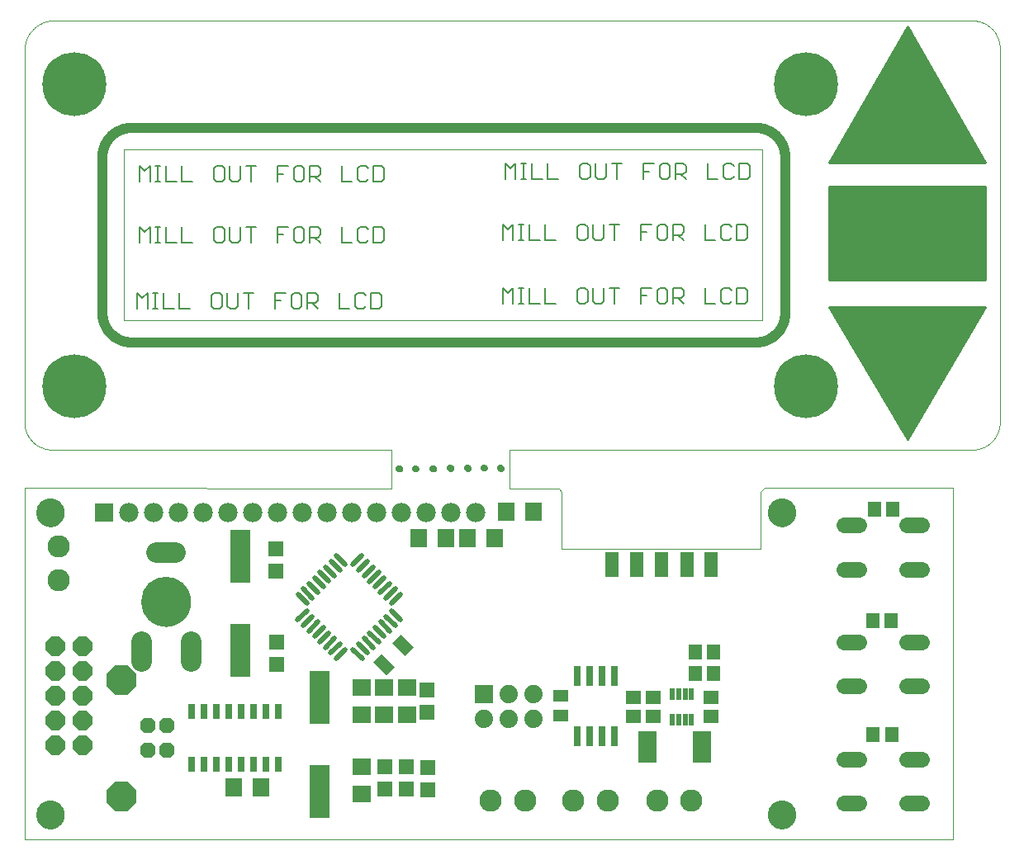
<source format=gts>
G75*
%MOIN*%
%OFA0B0*%
%FSLAX25Y25*%
%IPPOS*%
%LPD*%
%AMOC8*
5,1,8,0,0,1.08239X$1,22.5*
%
%ADD10C,0.00000*%
%ADD11C,0.20085*%
%ADD12C,0.01000*%
%ADD13C,0.00004*%
%ADD14C,0.31896*%
%ADD15C,0.04000*%
%ADD16C,0.02762*%
%ADD17C,0.00600*%
%ADD18R,0.07800X0.07800*%
%ADD19C,0.07800*%
%ADD20C,0.11424*%
%ADD21C,0.06400*%
%ADD22R,0.05912X0.04731*%
%ADD23R,0.03000X0.08400*%
%ADD24C,0.09000*%
%ADD25OC8,0.06140*%
%ADD26OC8,0.12211*%
%ADD27R,0.08000X0.21400*%
%ADD28R,0.07487X0.06699*%
%ADD29OC8,0.07800*%
%ADD30R,0.02900X0.06400*%
%ADD31R,0.06699X0.07487*%
%ADD32C,0.08200*%
%ADD33C,0.02100*%
%ADD34R,0.06400X0.06400*%
%ADD35R,0.04800X0.07400*%
%ADD36R,0.07400X0.07400*%
%ADD37C,0.07400*%
%ADD38R,0.01975X0.05124*%
%ADD39R,0.06306X0.05518*%
%ADD40R,0.05518X0.06306*%
%ADD41R,0.07487X0.12998*%
%ADD42R,0.05400X0.10400*%
%ADD43C,0.25800*%
D10*
X0006802Y0006921D02*
X0006802Y0148882D01*
X0154932Y0148654D01*
X0156901Y0156724D02*
X0156903Y0156793D01*
X0156909Y0156861D01*
X0156919Y0156929D01*
X0156933Y0156996D01*
X0156951Y0157063D01*
X0156972Y0157128D01*
X0156998Y0157192D01*
X0157027Y0157254D01*
X0157059Y0157314D01*
X0157095Y0157373D01*
X0157135Y0157429D01*
X0157177Y0157483D01*
X0157223Y0157534D01*
X0157272Y0157583D01*
X0157323Y0157629D01*
X0157377Y0157671D01*
X0157433Y0157711D01*
X0157491Y0157747D01*
X0157552Y0157779D01*
X0157614Y0157808D01*
X0157678Y0157834D01*
X0157743Y0157855D01*
X0157810Y0157873D01*
X0157877Y0157887D01*
X0157945Y0157897D01*
X0158013Y0157903D01*
X0158082Y0157905D01*
X0158151Y0157903D01*
X0158219Y0157897D01*
X0158287Y0157887D01*
X0158354Y0157873D01*
X0158421Y0157855D01*
X0158486Y0157834D01*
X0158550Y0157808D01*
X0158612Y0157779D01*
X0158672Y0157747D01*
X0158731Y0157711D01*
X0158787Y0157671D01*
X0158841Y0157629D01*
X0158892Y0157583D01*
X0158941Y0157534D01*
X0158987Y0157483D01*
X0159029Y0157429D01*
X0159069Y0157373D01*
X0159105Y0157314D01*
X0159137Y0157254D01*
X0159166Y0157192D01*
X0159192Y0157128D01*
X0159213Y0157063D01*
X0159231Y0156996D01*
X0159245Y0156929D01*
X0159255Y0156861D01*
X0159261Y0156793D01*
X0159263Y0156724D01*
X0159261Y0156655D01*
X0159255Y0156587D01*
X0159245Y0156519D01*
X0159231Y0156452D01*
X0159213Y0156385D01*
X0159192Y0156320D01*
X0159166Y0156256D01*
X0159137Y0156194D01*
X0159105Y0156133D01*
X0159069Y0156075D01*
X0159029Y0156019D01*
X0158987Y0155965D01*
X0158941Y0155914D01*
X0158892Y0155865D01*
X0158841Y0155819D01*
X0158787Y0155777D01*
X0158731Y0155737D01*
X0158673Y0155701D01*
X0158612Y0155669D01*
X0158550Y0155640D01*
X0158486Y0155614D01*
X0158421Y0155593D01*
X0158354Y0155575D01*
X0158287Y0155561D01*
X0158219Y0155551D01*
X0158151Y0155545D01*
X0158082Y0155543D01*
X0158013Y0155545D01*
X0157945Y0155551D01*
X0157877Y0155561D01*
X0157810Y0155575D01*
X0157743Y0155593D01*
X0157678Y0155614D01*
X0157614Y0155640D01*
X0157552Y0155669D01*
X0157491Y0155701D01*
X0157433Y0155737D01*
X0157377Y0155777D01*
X0157323Y0155819D01*
X0157272Y0155865D01*
X0157223Y0155914D01*
X0157177Y0155965D01*
X0157135Y0156019D01*
X0157095Y0156075D01*
X0157059Y0156133D01*
X0157027Y0156194D01*
X0156998Y0156256D01*
X0156972Y0156320D01*
X0156951Y0156385D01*
X0156933Y0156452D01*
X0156919Y0156519D01*
X0156909Y0156587D01*
X0156903Y0156655D01*
X0156901Y0156724D01*
X0163495Y0156724D02*
X0163497Y0156793D01*
X0163503Y0156861D01*
X0163513Y0156929D01*
X0163527Y0156996D01*
X0163545Y0157063D01*
X0163566Y0157128D01*
X0163592Y0157192D01*
X0163621Y0157254D01*
X0163653Y0157314D01*
X0163689Y0157373D01*
X0163729Y0157429D01*
X0163771Y0157483D01*
X0163817Y0157534D01*
X0163866Y0157583D01*
X0163917Y0157629D01*
X0163971Y0157671D01*
X0164027Y0157711D01*
X0164085Y0157747D01*
X0164146Y0157779D01*
X0164208Y0157808D01*
X0164272Y0157834D01*
X0164337Y0157855D01*
X0164404Y0157873D01*
X0164471Y0157887D01*
X0164539Y0157897D01*
X0164607Y0157903D01*
X0164676Y0157905D01*
X0164745Y0157903D01*
X0164813Y0157897D01*
X0164881Y0157887D01*
X0164948Y0157873D01*
X0165015Y0157855D01*
X0165080Y0157834D01*
X0165144Y0157808D01*
X0165206Y0157779D01*
X0165266Y0157747D01*
X0165325Y0157711D01*
X0165381Y0157671D01*
X0165435Y0157629D01*
X0165486Y0157583D01*
X0165535Y0157534D01*
X0165581Y0157483D01*
X0165623Y0157429D01*
X0165663Y0157373D01*
X0165699Y0157314D01*
X0165731Y0157254D01*
X0165760Y0157192D01*
X0165786Y0157128D01*
X0165807Y0157063D01*
X0165825Y0156996D01*
X0165839Y0156929D01*
X0165849Y0156861D01*
X0165855Y0156793D01*
X0165857Y0156724D01*
X0165855Y0156655D01*
X0165849Y0156587D01*
X0165839Y0156519D01*
X0165825Y0156452D01*
X0165807Y0156385D01*
X0165786Y0156320D01*
X0165760Y0156256D01*
X0165731Y0156194D01*
X0165699Y0156133D01*
X0165663Y0156075D01*
X0165623Y0156019D01*
X0165581Y0155965D01*
X0165535Y0155914D01*
X0165486Y0155865D01*
X0165435Y0155819D01*
X0165381Y0155777D01*
X0165325Y0155737D01*
X0165267Y0155701D01*
X0165206Y0155669D01*
X0165144Y0155640D01*
X0165080Y0155614D01*
X0165015Y0155593D01*
X0164948Y0155575D01*
X0164881Y0155561D01*
X0164813Y0155551D01*
X0164745Y0155545D01*
X0164676Y0155543D01*
X0164607Y0155545D01*
X0164539Y0155551D01*
X0164471Y0155561D01*
X0164404Y0155575D01*
X0164337Y0155593D01*
X0164272Y0155614D01*
X0164208Y0155640D01*
X0164146Y0155669D01*
X0164085Y0155701D01*
X0164027Y0155737D01*
X0163971Y0155777D01*
X0163917Y0155819D01*
X0163866Y0155865D01*
X0163817Y0155914D01*
X0163771Y0155965D01*
X0163729Y0156019D01*
X0163689Y0156075D01*
X0163653Y0156133D01*
X0163621Y0156194D01*
X0163592Y0156256D01*
X0163566Y0156320D01*
X0163545Y0156385D01*
X0163527Y0156452D01*
X0163513Y0156519D01*
X0163503Y0156587D01*
X0163497Y0156655D01*
X0163495Y0156724D01*
X0170582Y0156724D02*
X0170584Y0156793D01*
X0170590Y0156861D01*
X0170600Y0156929D01*
X0170614Y0156996D01*
X0170632Y0157063D01*
X0170653Y0157128D01*
X0170679Y0157192D01*
X0170708Y0157254D01*
X0170740Y0157314D01*
X0170776Y0157373D01*
X0170816Y0157429D01*
X0170858Y0157483D01*
X0170904Y0157534D01*
X0170953Y0157583D01*
X0171004Y0157629D01*
X0171058Y0157671D01*
X0171114Y0157711D01*
X0171172Y0157747D01*
X0171233Y0157779D01*
X0171295Y0157808D01*
X0171359Y0157834D01*
X0171424Y0157855D01*
X0171491Y0157873D01*
X0171558Y0157887D01*
X0171626Y0157897D01*
X0171694Y0157903D01*
X0171763Y0157905D01*
X0171832Y0157903D01*
X0171900Y0157897D01*
X0171968Y0157887D01*
X0172035Y0157873D01*
X0172102Y0157855D01*
X0172167Y0157834D01*
X0172231Y0157808D01*
X0172293Y0157779D01*
X0172353Y0157747D01*
X0172412Y0157711D01*
X0172468Y0157671D01*
X0172522Y0157629D01*
X0172573Y0157583D01*
X0172622Y0157534D01*
X0172668Y0157483D01*
X0172710Y0157429D01*
X0172750Y0157373D01*
X0172786Y0157314D01*
X0172818Y0157254D01*
X0172847Y0157192D01*
X0172873Y0157128D01*
X0172894Y0157063D01*
X0172912Y0156996D01*
X0172926Y0156929D01*
X0172936Y0156861D01*
X0172942Y0156793D01*
X0172944Y0156724D01*
X0172942Y0156655D01*
X0172936Y0156587D01*
X0172926Y0156519D01*
X0172912Y0156452D01*
X0172894Y0156385D01*
X0172873Y0156320D01*
X0172847Y0156256D01*
X0172818Y0156194D01*
X0172786Y0156133D01*
X0172750Y0156075D01*
X0172710Y0156019D01*
X0172668Y0155965D01*
X0172622Y0155914D01*
X0172573Y0155865D01*
X0172522Y0155819D01*
X0172468Y0155777D01*
X0172412Y0155737D01*
X0172354Y0155701D01*
X0172293Y0155669D01*
X0172231Y0155640D01*
X0172167Y0155614D01*
X0172102Y0155593D01*
X0172035Y0155575D01*
X0171968Y0155561D01*
X0171900Y0155551D01*
X0171832Y0155545D01*
X0171763Y0155543D01*
X0171694Y0155545D01*
X0171626Y0155551D01*
X0171558Y0155561D01*
X0171491Y0155575D01*
X0171424Y0155593D01*
X0171359Y0155614D01*
X0171295Y0155640D01*
X0171233Y0155669D01*
X0171172Y0155701D01*
X0171114Y0155737D01*
X0171058Y0155777D01*
X0171004Y0155819D01*
X0170953Y0155865D01*
X0170904Y0155914D01*
X0170858Y0155965D01*
X0170816Y0156019D01*
X0170776Y0156075D01*
X0170740Y0156133D01*
X0170708Y0156194D01*
X0170679Y0156256D01*
X0170653Y0156320D01*
X0170632Y0156385D01*
X0170614Y0156452D01*
X0170600Y0156519D01*
X0170590Y0156587D01*
X0170584Y0156655D01*
X0170582Y0156724D01*
X0177570Y0156921D02*
X0177572Y0156990D01*
X0177578Y0157058D01*
X0177588Y0157126D01*
X0177602Y0157193D01*
X0177620Y0157260D01*
X0177641Y0157325D01*
X0177667Y0157389D01*
X0177696Y0157451D01*
X0177728Y0157511D01*
X0177764Y0157570D01*
X0177804Y0157626D01*
X0177846Y0157680D01*
X0177892Y0157731D01*
X0177941Y0157780D01*
X0177992Y0157826D01*
X0178046Y0157868D01*
X0178102Y0157908D01*
X0178160Y0157944D01*
X0178221Y0157976D01*
X0178283Y0158005D01*
X0178347Y0158031D01*
X0178412Y0158052D01*
X0178479Y0158070D01*
X0178546Y0158084D01*
X0178614Y0158094D01*
X0178682Y0158100D01*
X0178751Y0158102D01*
X0178820Y0158100D01*
X0178888Y0158094D01*
X0178956Y0158084D01*
X0179023Y0158070D01*
X0179090Y0158052D01*
X0179155Y0158031D01*
X0179219Y0158005D01*
X0179281Y0157976D01*
X0179341Y0157944D01*
X0179400Y0157908D01*
X0179456Y0157868D01*
X0179510Y0157826D01*
X0179561Y0157780D01*
X0179610Y0157731D01*
X0179656Y0157680D01*
X0179698Y0157626D01*
X0179738Y0157570D01*
X0179774Y0157511D01*
X0179806Y0157451D01*
X0179835Y0157389D01*
X0179861Y0157325D01*
X0179882Y0157260D01*
X0179900Y0157193D01*
X0179914Y0157126D01*
X0179924Y0157058D01*
X0179930Y0156990D01*
X0179932Y0156921D01*
X0179930Y0156852D01*
X0179924Y0156784D01*
X0179914Y0156716D01*
X0179900Y0156649D01*
X0179882Y0156582D01*
X0179861Y0156517D01*
X0179835Y0156453D01*
X0179806Y0156391D01*
X0179774Y0156330D01*
X0179738Y0156272D01*
X0179698Y0156216D01*
X0179656Y0156162D01*
X0179610Y0156111D01*
X0179561Y0156062D01*
X0179510Y0156016D01*
X0179456Y0155974D01*
X0179400Y0155934D01*
X0179342Y0155898D01*
X0179281Y0155866D01*
X0179219Y0155837D01*
X0179155Y0155811D01*
X0179090Y0155790D01*
X0179023Y0155772D01*
X0178956Y0155758D01*
X0178888Y0155748D01*
X0178820Y0155742D01*
X0178751Y0155740D01*
X0178682Y0155742D01*
X0178614Y0155748D01*
X0178546Y0155758D01*
X0178479Y0155772D01*
X0178412Y0155790D01*
X0178347Y0155811D01*
X0178283Y0155837D01*
X0178221Y0155866D01*
X0178160Y0155898D01*
X0178102Y0155934D01*
X0178046Y0155974D01*
X0177992Y0156016D01*
X0177941Y0156062D01*
X0177892Y0156111D01*
X0177846Y0156162D01*
X0177804Y0156216D01*
X0177764Y0156272D01*
X0177728Y0156330D01*
X0177696Y0156391D01*
X0177667Y0156453D01*
X0177641Y0156517D01*
X0177620Y0156582D01*
X0177602Y0156649D01*
X0177588Y0156716D01*
X0177578Y0156784D01*
X0177572Y0156852D01*
X0177570Y0156921D01*
X0184558Y0156921D02*
X0184560Y0156990D01*
X0184566Y0157058D01*
X0184576Y0157126D01*
X0184590Y0157193D01*
X0184608Y0157260D01*
X0184629Y0157325D01*
X0184655Y0157389D01*
X0184684Y0157451D01*
X0184716Y0157511D01*
X0184752Y0157570D01*
X0184792Y0157626D01*
X0184834Y0157680D01*
X0184880Y0157731D01*
X0184929Y0157780D01*
X0184980Y0157826D01*
X0185034Y0157868D01*
X0185090Y0157908D01*
X0185148Y0157944D01*
X0185209Y0157976D01*
X0185271Y0158005D01*
X0185335Y0158031D01*
X0185400Y0158052D01*
X0185467Y0158070D01*
X0185534Y0158084D01*
X0185602Y0158094D01*
X0185670Y0158100D01*
X0185739Y0158102D01*
X0185808Y0158100D01*
X0185876Y0158094D01*
X0185944Y0158084D01*
X0186011Y0158070D01*
X0186078Y0158052D01*
X0186143Y0158031D01*
X0186207Y0158005D01*
X0186269Y0157976D01*
X0186329Y0157944D01*
X0186388Y0157908D01*
X0186444Y0157868D01*
X0186498Y0157826D01*
X0186549Y0157780D01*
X0186598Y0157731D01*
X0186644Y0157680D01*
X0186686Y0157626D01*
X0186726Y0157570D01*
X0186762Y0157511D01*
X0186794Y0157451D01*
X0186823Y0157389D01*
X0186849Y0157325D01*
X0186870Y0157260D01*
X0186888Y0157193D01*
X0186902Y0157126D01*
X0186912Y0157058D01*
X0186918Y0156990D01*
X0186920Y0156921D01*
X0186918Y0156852D01*
X0186912Y0156784D01*
X0186902Y0156716D01*
X0186888Y0156649D01*
X0186870Y0156582D01*
X0186849Y0156517D01*
X0186823Y0156453D01*
X0186794Y0156391D01*
X0186762Y0156330D01*
X0186726Y0156272D01*
X0186686Y0156216D01*
X0186644Y0156162D01*
X0186598Y0156111D01*
X0186549Y0156062D01*
X0186498Y0156016D01*
X0186444Y0155974D01*
X0186388Y0155934D01*
X0186330Y0155898D01*
X0186269Y0155866D01*
X0186207Y0155837D01*
X0186143Y0155811D01*
X0186078Y0155790D01*
X0186011Y0155772D01*
X0185944Y0155758D01*
X0185876Y0155748D01*
X0185808Y0155742D01*
X0185739Y0155740D01*
X0185670Y0155742D01*
X0185602Y0155748D01*
X0185534Y0155758D01*
X0185467Y0155772D01*
X0185400Y0155790D01*
X0185335Y0155811D01*
X0185271Y0155837D01*
X0185209Y0155866D01*
X0185148Y0155898D01*
X0185090Y0155934D01*
X0185034Y0155974D01*
X0184980Y0156016D01*
X0184929Y0156062D01*
X0184880Y0156111D01*
X0184834Y0156162D01*
X0184792Y0156216D01*
X0184752Y0156272D01*
X0184716Y0156330D01*
X0184684Y0156391D01*
X0184655Y0156453D01*
X0184629Y0156517D01*
X0184608Y0156582D01*
X0184590Y0156649D01*
X0184576Y0156716D01*
X0184566Y0156784D01*
X0184560Y0156852D01*
X0184558Y0156921D01*
X0191153Y0157020D02*
X0191155Y0157089D01*
X0191161Y0157157D01*
X0191171Y0157225D01*
X0191185Y0157292D01*
X0191203Y0157359D01*
X0191224Y0157424D01*
X0191250Y0157488D01*
X0191279Y0157550D01*
X0191311Y0157610D01*
X0191347Y0157669D01*
X0191387Y0157725D01*
X0191429Y0157779D01*
X0191475Y0157830D01*
X0191524Y0157879D01*
X0191575Y0157925D01*
X0191629Y0157967D01*
X0191685Y0158007D01*
X0191743Y0158043D01*
X0191804Y0158075D01*
X0191866Y0158104D01*
X0191930Y0158130D01*
X0191995Y0158151D01*
X0192062Y0158169D01*
X0192129Y0158183D01*
X0192197Y0158193D01*
X0192265Y0158199D01*
X0192334Y0158201D01*
X0192403Y0158199D01*
X0192471Y0158193D01*
X0192539Y0158183D01*
X0192606Y0158169D01*
X0192673Y0158151D01*
X0192738Y0158130D01*
X0192802Y0158104D01*
X0192864Y0158075D01*
X0192924Y0158043D01*
X0192983Y0158007D01*
X0193039Y0157967D01*
X0193093Y0157925D01*
X0193144Y0157879D01*
X0193193Y0157830D01*
X0193239Y0157779D01*
X0193281Y0157725D01*
X0193321Y0157669D01*
X0193357Y0157610D01*
X0193389Y0157550D01*
X0193418Y0157488D01*
X0193444Y0157424D01*
X0193465Y0157359D01*
X0193483Y0157292D01*
X0193497Y0157225D01*
X0193507Y0157157D01*
X0193513Y0157089D01*
X0193515Y0157020D01*
X0193513Y0156951D01*
X0193507Y0156883D01*
X0193497Y0156815D01*
X0193483Y0156748D01*
X0193465Y0156681D01*
X0193444Y0156616D01*
X0193418Y0156552D01*
X0193389Y0156490D01*
X0193357Y0156429D01*
X0193321Y0156371D01*
X0193281Y0156315D01*
X0193239Y0156261D01*
X0193193Y0156210D01*
X0193144Y0156161D01*
X0193093Y0156115D01*
X0193039Y0156073D01*
X0192983Y0156033D01*
X0192925Y0155997D01*
X0192864Y0155965D01*
X0192802Y0155936D01*
X0192738Y0155910D01*
X0192673Y0155889D01*
X0192606Y0155871D01*
X0192539Y0155857D01*
X0192471Y0155847D01*
X0192403Y0155841D01*
X0192334Y0155839D01*
X0192265Y0155841D01*
X0192197Y0155847D01*
X0192129Y0155857D01*
X0192062Y0155871D01*
X0191995Y0155889D01*
X0191930Y0155910D01*
X0191866Y0155936D01*
X0191804Y0155965D01*
X0191743Y0155997D01*
X0191685Y0156033D01*
X0191629Y0156073D01*
X0191575Y0156115D01*
X0191524Y0156161D01*
X0191475Y0156210D01*
X0191429Y0156261D01*
X0191387Y0156315D01*
X0191347Y0156371D01*
X0191311Y0156429D01*
X0191279Y0156490D01*
X0191250Y0156552D01*
X0191224Y0156616D01*
X0191203Y0156681D01*
X0191185Y0156748D01*
X0191171Y0156815D01*
X0191161Y0156883D01*
X0191155Y0156951D01*
X0191153Y0157020D01*
X0197846Y0156823D02*
X0197848Y0156892D01*
X0197854Y0156960D01*
X0197864Y0157028D01*
X0197878Y0157095D01*
X0197896Y0157162D01*
X0197917Y0157227D01*
X0197943Y0157291D01*
X0197972Y0157353D01*
X0198004Y0157413D01*
X0198040Y0157472D01*
X0198080Y0157528D01*
X0198122Y0157582D01*
X0198168Y0157633D01*
X0198217Y0157682D01*
X0198268Y0157728D01*
X0198322Y0157770D01*
X0198378Y0157810D01*
X0198436Y0157846D01*
X0198497Y0157878D01*
X0198559Y0157907D01*
X0198623Y0157933D01*
X0198688Y0157954D01*
X0198755Y0157972D01*
X0198822Y0157986D01*
X0198890Y0157996D01*
X0198958Y0158002D01*
X0199027Y0158004D01*
X0199096Y0158002D01*
X0199164Y0157996D01*
X0199232Y0157986D01*
X0199299Y0157972D01*
X0199366Y0157954D01*
X0199431Y0157933D01*
X0199495Y0157907D01*
X0199557Y0157878D01*
X0199617Y0157846D01*
X0199676Y0157810D01*
X0199732Y0157770D01*
X0199786Y0157728D01*
X0199837Y0157682D01*
X0199886Y0157633D01*
X0199932Y0157582D01*
X0199974Y0157528D01*
X0200014Y0157472D01*
X0200050Y0157413D01*
X0200082Y0157353D01*
X0200111Y0157291D01*
X0200137Y0157227D01*
X0200158Y0157162D01*
X0200176Y0157095D01*
X0200190Y0157028D01*
X0200200Y0156960D01*
X0200206Y0156892D01*
X0200208Y0156823D01*
X0200206Y0156754D01*
X0200200Y0156686D01*
X0200190Y0156618D01*
X0200176Y0156551D01*
X0200158Y0156484D01*
X0200137Y0156419D01*
X0200111Y0156355D01*
X0200082Y0156293D01*
X0200050Y0156232D01*
X0200014Y0156174D01*
X0199974Y0156118D01*
X0199932Y0156064D01*
X0199886Y0156013D01*
X0199837Y0155964D01*
X0199786Y0155918D01*
X0199732Y0155876D01*
X0199676Y0155836D01*
X0199618Y0155800D01*
X0199557Y0155768D01*
X0199495Y0155739D01*
X0199431Y0155713D01*
X0199366Y0155692D01*
X0199299Y0155674D01*
X0199232Y0155660D01*
X0199164Y0155650D01*
X0199096Y0155644D01*
X0199027Y0155642D01*
X0198958Y0155644D01*
X0198890Y0155650D01*
X0198822Y0155660D01*
X0198755Y0155674D01*
X0198688Y0155692D01*
X0198623Y0155713D01*
X0198559Y0155739D01*
X0198497Y0155768D01*
X0198436Y0155800D01*
X0198378Y0155836D01*
X0198322Y0155876D01*
X0198268Y0155918D01*
X0198217Y0155964D01*
X0198168Y0156013D01*
X0198122Y0156064D01*
X0198080Y0156118D01*
X0198040Y0156174D01*
X0198004Y0156232D01*
X0197972Y0156293D01*
X0197943Y0156355D01*
X0197917Y0156419D01*
X0197896Y0156484D01*
X0197878Y0156551D01*
X0197864Y0156618D01*
X0197854Y0156686D01*
X0197848Y0156754D01*
X0197846Y0156823D01*
X0202570Y0148654D02*
X0222550Y0148654D01*
X0223731Y0147472D01*
X0223731Y0124244D01*
X0304046Y0124244D01*
X0304046Y0147472D01*
X0305456Y0148882D01*
X0381503Y0148882D01*
X0381503Y0006921D01*
X0006802Y0006921D01*
X0011652Y0016898D02*
X0011654Y0017046D01*
X0011660Y0017194D01*
X0011670Y0017342D01*
X0011684Y0017489D01*
X0011702Y0017636D01*
X0011723Y0017782D01*
X0011749Y0017928D01*
X0011779Y0018073D01*
X0011812Y0018217D01*
X0011850Y0018360D01*
X0011891Y0018502D01*
X0011936Y0018643D01*
X0011984Y0018783D01*
X0012037Y0018922D01*
X0012093Y0019059D01*
X0012153Y0019194D01*
X0012216Y0019328D01*
X0012283Y0019460D01*
X0012354Y0019590D01*
X0012428Y0019718D01*
X0012505Y0019844D01*
X0012586Y0019968D01*
X0012670Y0020090D01*
X0012757Y0020209D01*
X0012848Y0020326D01*
X0012942Y0020441D01*
X0013038Y0020553D01*
X0013138Y0020663D01*
X0013240Y0020769D01*
X0013346Y0020873D01*
X0013454Y0020974D01*
X0013565Y0021072D01*
X0013678Y0021168D01*
X0013794Y0021260D01*
X0013912Y0021349D01*
X0014033Y0021434D01*
X0014156Y0021517D01*
X0014281Y0021596D01*
X0014408Y0021672D01*
X0014537Y0021744D01*
X0014668Y0021813D01*
X0014801Y0021878D01*
X0014936Y0021939D01*
X0015072Y0021997D01*
X0015209Y0022052D01*
X0015348Y0022102D01*
X0015489Y0022149D01*
X0015630Y0022192D01*
X0015773Y0022232D01*
X0015917Y0022267D01*
X0016061Y0022299D01*
X0016207Y0022326D01*
X0016353Y0022350D01*
X0016500Y0022370D01*
X0016647Y0022386D01*
X0016794Y0022398D01*
X0016942Y0022406D01*
X0017090Y0022410D01*
X0017238Y0022410D01*
X0017386Y0022406D01*
X0017534Y0022398D01*
X0017681Y0022386D01*
X0017828Y0022370D01*
X0017975Y0022350D01*
X0018121Y0022326D01*
X0018267Y0022299D01*
X0018411Y0022267D01*
X0018555Y0022232D01*
X0018698Y0022192D01*
X0018839Y0022149D01*
X0018980Y0022102D01*
X0019119Y0022052D01*
X0019256Y0021997D01*
X0019392Y0021939D01*
X0019527Y0021878D01*
X0019660Y0021813D01*
X0019791Y0021744D01*
X0019920Y0021672D01*
X0020047Y0021596D01*
X0020172Y0021517D01*
X0020295Y0021434D01*
X0020416Y0021349D01*
X0020534Y0021260D01*
X0020650Y0021168D01*
X0020763Y0021072D01*
X0020874Y0020974D01*
X0020982Y0020873D01*
X0021088Y0020769D01*
X0021190Y0020663D01*
X0021290Y0020553D01*
X0021386Y0020441D01*
X0021480Y0020326D01*
X0021571Y0020209D01*
X0021658Y0020090D01*
X0021742Y0019968D01*
X0021823Y0019844D01*
X0021900Y0019718D01*
X0021974Y0019590D01*
X0022045Y0019460D01*
X0022112Y0019328D01*
X0022175Y0019194D01*
X0022235Y0019059D01*
X0022291Y0018922D01*
X0022344Y0018783D01*
X0022392Y0018643D01*
X0022437Y0018502D01*
X0022478Y0018360D01*
X0022516Y0018217D01*
X0022549Y0018073D01*
X0022579Y0017928D01*
X0022605Y0017782D01*
X0022626Y0017636D01*
X0022644Y0017489D01*
X0022658Y0017342D01*
X0022668Y0017194D01*
X0022674Y0017046D01*
X0022676Y0016898D01*
X0022674Y0016750D01*
X0022668Y0016602D01*
X0022658Y0016454D01*
X0022644Y0016307D01*
X0022626Y0016160D01*
X0022605Y0016014D01*
X0022579Y0015868D01*
X0022549Y0015723D01*
X0022516Y0015579D01*
X0022478Y0015436D01*
X0022437Y0015294D01*
X0022392Y0015153D01*
X0022344Y0015013D01*
X0022291Y0014874D01*
X0022235Y0014737D01*
X0022175Y0014602D01*
X0022112Y0014468D01*
X0022045Y0014336D01*
X0021974Y0014206D01*
X0021900Y0014078D01*
X0021823Y0013952D01*
X0021742Y0013828D01*
X0021658Y0013706D01*
X0021571Y0013587D01*
X0021480Y0013470D01*
X0021386Y0013355D01*
X0021290Y0013243D01*
X0021190Y0013133D01*
X0021088Y0013027D01*
X0020982Y0012923D01*
X0020874Y0012822D01*
X0020763Y0012724D01*
X0020650Y0012628D01*
X0020534Y0012536D01*
X0020416Y0012447D01*
X0020295Y0012362D01*
X0020172Y0012279D01*
X0020047Y0012200D01*
X0019920Y0012124D01*
X0019791Y0012052D01*
X0019660Y0011983D01*
X0019527Y0011918D01*
X0019392Y0011857D01*
X0019256Y0011799D01*
X0019119Y0011744D01*
X0018980Y0011694D01*
X0018839Y0011647D01*
X0018698Y0011604D01*
X0018555Y0011564D01*
X0018411Y0011529D01*
X0018267Y0011497D01*
X0018121Y0011470D01*
X0017975Y0011446D01*
X0017828Y0011426D01*
X0017681Y0011410D01*
X0017534Y0011398D01*
X0017386Y0011390D01*
X0017238Y0011386D01*
X0017090Y0011386D01*
X0016942Y0011390D01*
X0016794Y0011398D01*
X0016647Y0011410D01*
X0016500Y0011426D01*
X0016353Y0011446D01*
X0016207Y0011470D01*
X0016061Y0011497D01*
X0015917Y0011529D01*
X0015773Y0011564D01*
X0015630Y0011604D01*
X0015489Y0011647D01*
X0015348Y0011694D01*
X0015209Y0011744D01*
X0015072Y0011799D01*
X0014936Y0011857D01*
X0014801Y0011918D01*
X0014668Y0011983D01*
X0014537Y0012052D01*
X0014408Y0012124D01*
X0014281Y0012200D01*
X0014156Y0012279D01*
X0014033Y0012362D01*
X0013912Y0012447D01*
X0013794Y0012536D01*
X0013678Y0012628D01*
X0013565Y0012724D01*
X0013454Y0012822D01*
X0013346Y0012923D01*
X0013240Y0013027D01*
X0013138Y0013133D01*
X0013038Y0013243D01*
X0012942Y0013355D01*
X0012848Y0013470D01*
X0012757Y0013587D01*
X0012670Y0013706D01*
X0012586Y0013828D01*
X0012505Y0013952D01*
X0012428Y0014078D01*
X0012354Y0014206D01*
X0012283Y0014336D01*
X0012216Y0014468D01*
X0012153Y0014602D01*
X0012093Y0014737D01*
X0012037Y0014874D01*
X0011984Y0015013D01*
X0011936Y0015153D01*
X0011891Y0015294D01*
X0011850Y0015436D01*
X0011812Y0015579D01*
X0011779Y0015723D01*
X0011749Y0015868D01*
X0011723Y0016014D01*
X0011702Y0016160D01*
X0011684Y0016307D01*
X0011670Y0016454D01*
X0011660Y0016602D01*
X0011654Y0016750D01*
X0011652Y0016898D01*
X0054046Y0102984D02*
X0054049Y0103226D01*
X0054058Y0103467D01*
X0054073Y0103708D01*
X0054093Y0103949D01*
X0054120Y0104189D01*
X0054153Y0104428D01*
X0054191Y0104667D01*
X0054235Y0104904D01*
X0054285Y0105141D01*
X0054341Y0105376D01*
X0054403Y0105609D01*
X0054470Y0105841D01*
X0054543Y0106072D01*
X0054621Y0106300D01*
X0054706Y0106526D01*
X0054795Y0106751D01*
X0054890Y0106973D01*
X0054991Y0107192D01*
X0055097Y0107410D01*
X0055208Y0107624D01*
X0055325Y0107836D01*
X0055446Y0108044D01*
X0055573Y0108250D01*
X0055705Y0108452D01*
X0055842Y0108652D01*
X0055983Y0108847D01*
X0056129Y0109040D01*
X0056280Y0109228D01*
X0056436Y0109413D01*
X0056596Y0109594D01*
X0056760Y0109771D01*
X0056929Y0109944D01*
X0057102Y0110113D01*
X0057279Y0110277D01*
X0057460Y0110437D01*
X0057645Y0110593D01*
X0057833Y0110744D01*
X0058026Y0110890D01*
X0058221Y0111031D01*
X0058421Y0111168D01*
X0058623Y0111300D01*
X0058829Y0111427D01*
X0059037Y0111548D01*
X0059249Y0111665D01*
X0059463Y0111776D01*
X0059681Y0111882D01*
X0059900Y0111983D01*
X0060122Y0112078D01*
X0060347Y0112167D01*
X0060573Y0112252D01*
X0060801Y0112330D01*
X0061032Y0112403D01*
X0061264Y0112470D01*
X0061497Y0112532D01*
X0061732Y0112588D01*
X0061969Y0112638D01*
X0062206Y0112682D01*
X0062445Y0112720D01*
X0062684Y0112753D01*
X0062924Y0112780D01*
X0063165Y0112800D01*
X0063406Y0112815D01*
X0063647Y0112824D01*
X0063889Y0112827D01*
X0064131Y0112824D01*
X0064372Y0112815D01*
X0064613Y0112800D01*
X0064854Y0112780D01*
X0065094Y0112753D01*
X0065333Y0112720D01*
X0065572Y0112682D01*
X0065809Y0112638D01*
X0066046Y0112588D01*
X0066281Y0112532D01*
X0066514Y0112470D01*
X0066746Y0112403D01*
X0066977Y0112330D01*
X0067205Y0112252D01*
X0067431Y0112167D01*
X0067656Y0112078D01*
X0067878Y0111983D01*
X0068097Y0111882D01*
X0068315Y0111776D01*
X0068529Y0111665D01*
X0068741Y0111548D01*
X0068949Y0111427D01*
X0069155Y0111300D01*
X0069357Y0111168D01*
X0069557Y0111031D01*
X0069752Y0110890D01*
X0069945Y0110744D01*
X0070133Y0110593D01*
X0070318Y0110437D01*
X0070499Y0110277D01*
X0070676Y0110113D01*
X0070849Y0109944D01*
X0071018Y0109771D01*
X0071182Y0109594D01*
X0071342Y0109413D01*
X0071498Y0109228D01*
X0071649Y0109040D01*
X0071795Y0108847D01*
X0071936Y0108652D01*
X0072073Y0108452D01*
X0072205Y0108250D01*
X0072332Y0108044D01*
X0072453Y0107836D01*
X0072570Y0107624D01*
X0072681Y0107410D01*
X0072787Y0107192D01*
X0072888Y0106973D01*
X0072983Y0106751D01*
X0073072Y0106526D01*
X0073157Y0106300D01*
X0073235Y0106072D01*
X0073308Y0105841D01*
X0073375Y0105609D01*
X0073437Y0105376D01*
X0073493Y0105141D01*
X0073543Y0104904D01*
X0073587Y0104667D01*
X0073625Y0104428D01*
X0073658Y0104189D01*
X0073685Y0103949D01*
X0073705Y0103708D01*
X0073720Y0103467D01*
X0073729Y0103226D01*
X0073732Y0102984D01*
X0073729Y0102742D01*
X0073720Y0102501D01*
X0073705Y0102260D01*
X0073685Y0102019D01*
X0073658Y0101779D01*
X0073625Y0101540D01*
X0073587Y0101301D01*
X0073543Y0101064D01*
X0073493Y0100827D01*
X0073437Y0100592D01*
X0073375Y0100359D01*
X0073308Y0100127D01*
X0073235Y0099896D01*
X0073157Y0099668D01*
X0073072Y0099442D01*
X0072983Y0099217D01*
X0072888Y0098995D01*
X0072787Y0098776D01*
X0072681Y0098558D01*
X0072570Y0098344D01*
X0072453Y0098132D01*
X0072332Y0097924D01*
X0072205Y0097718D01*
X0072073Y0097516D01*
X0071936Y0097316D01*
X0071795Y0097121D01*
X0071649Y0096928D01*
X0071498Y0096740D01*
X0071342Y0096555D01*
X0071182Y0096374D01*
X0071018Y0096197D01*
X0070849Y0096024D01*
X0070676Y0095855D01*
X0070499Y0095691D01*
X0070318Y0095531D01*
X0070133Y0095375D01*
X0069945Y0095224D01*
X0069752Y0095078D01*
X0069557Y0094937D01*
X0069357Y0094800D01*
X0069155Y0094668D01*
X0068949Y0094541D01*
X0068741Y0094420D01*
X0068529Y0094303D01*
X0068315Y0094192D01*
X0068097Y0094086D01*
X0067878Y0093985D01*
X0067656Y0093890D01*
X0067431Y0093801D01*
X0067205Y0093716D01*
X0066977Y0093638D01*
X0066746Y0093565D01*
X0066514Y0093498D01*
X0066281Y0093436D01*
X0066046Y0093380D01*
X0065809Y0093330D01*
X0065572Y0093286D01*
X0065333Y0093248D01*
X0065094Y0093215D01*
X0064854Y0093188D01*
X0064613Y0093168D01*
X0064372Y0093153D01*
X0064131Y0093144D01*
X0063889Y0093141D01*
X0063647Y0093144D01*
X0063406Y0093153D01*
X0063165Y0093168D01*
X0062924Y0093188D01*
X0062684Y0093215D01*
X0062445Y0093248D01*
X0062206Y0093286D01*
X0061969Y0093330D01*
X0061732Y0093380D01*
X0061497Y0093436D01*
X0061264Y0093498D01*
X0061032Y0093565D01*
X0060801Y0093638D01*
X0060573Y0093716D01*
X0060347Y0093801D01*
X0060122Y0093890D01*
X0059900Y0093985D01*
X0059681Y0094086D01*
X0059463Y0094192D01*
X0059249Y0094303D01*
X0059037Y0094420D01*
X0058829Y0094541D01*
X0058623Y0094668D01*
X0058421Y0094800D01*
X0058221Y0094937D01*
X0058026Y0095078D01*
X0057833Y0095224D01*
X0057645Y0095375D01*
X0057460Y0095531D01*
X0057279Y0095691D01*
X0057102Y0095855D01*
X0056929Y0096024D01*
X0056760Y0096197D01*
X0056596Y0096374D01*
X0056436Y0096555D01*
X0056280Y0096740D01*
X0056129Y0096928D01*
X0055983Y0097121D01*
X0055842Y0097316D01*
X0055705Y0097516D01*
X0055573Y0097718D01*
X0055446Y0097924D01*
X0055325Y0098132D01*
X0055208Y0098344D01*
X0055097Y0098558D01*
X0054991Y0098776D01*
X0054890Y0098995D01*
X0054795Y0099217D01*
X0054706Y0099442D01*
X0054621Y0099668D01*
X0054543Y0099896D01*
X0054470Y0100127D01*
X0054403Y0100359D01*
X0054341Y0100592D01*
X0054285Y0100827D01*
X0054235Y0101064D01*
X0054191Y0101301D01*
X0054153Y0101540D01*
X0054120Y0101779D01*
X0054093Y0102019D01*
X0054073Y0102260D01*
X0054058Y0102501D01*
X0054049Y0102742D01*
X0054046Y0102984D01*
X0011652Y0138945D02*
X0011654Y0139093D01*
X0011660Y0139241D01*
X0011670Y0139389D01*
X0011684Y0139536D01*
X0011702Y0139683D01*
X0011723Y0139829D01*
X0011749Y0139975D01*
X0011779Y0140120D01*
X0011812Y0140264D01*
X0011850Y0140407D01*
X0011891Y0140549D01*
X0011936Y0140690D01*
X0011984Y0140830D01*
X0012037Y0140969D01*
X0012093Y0141106D01*
X0012153Y0141241D01*
X0012216Y0141375D01*
X0012283Y0141507D01*
X0012354Y0141637D01*
X0012428Y0141765D01*
X0012505Y0141891D01*
X0012586Y0142015D01*
X0012670Y0142137D01*
X0012757Y0142256D01*
X0012848Y0142373D01*
X0012942Y0142488D01*
X0013038Y0142600D01*
X0013138Y0142710D01*
X0013240Y0142816D01*
X0013346Y0142920D01*
X0013454Y0143021D01*
X0013565Y0143119D01*
X0013678Y0143215D01*
X0013794Y0143307D01*
X0013912Y0143396D01*
X0014033Y0143481D01*
X0014156Y0143564D01*
X0014281Y0143643D01*
X0014408Y0143719D01*
X0014537Y0143791D01*
X0014668Y0143860D01*
X0014801Y0143925D01*
X0014936Y0143986D01*
X0015072Y0144044D01*
X0015209Y0144099D01*
X0015348Y0144149D01*
X0015489Y0144196D01*
X0015630Y0144239D01*
X0015773Y0144279D01*
X0015917Y0144314D01*
X0016061Y0144346D01*
X0016207Y0144373D01*
X0016353Y0144397D01*
X0016500Y0144417D01*
X0016647Y0144433D01*
X0016794Y0144445D01*
X0016942Y0144453D01*
X0017090Y0144457D01*
X0017238Y0144457D01*
X0017386Y0144453D01*
X0017534Y0144445D01*
X0017681Y0144433D01*
X0017828Y0144417D01*
X0017975Y0144397D01*
X0018121Y0144373D01*
X0018267Y0144346D01*
X0018411Y0144314D01*
X0018555Y0144279D01*
X0018698Y0144239D01*
X0018839Y0144196D01*
X0018980Y0144149D01*
X0019119Y0144099D01*
X0019256Y0144044D01*
X0019392Y0143986D01*
X0019527Y0143925D01*
X0019660Y0143860D01*
X0019791Y0143791D01*
X0019920Y0143719D01*
X0020047Y0143643D01*
X0020172Y0143564D01*
X0020295Y0143481D01*
X0020416Y0143396D01*
X0020534Y0143307D01*
X0020650Y0143215D01*
X0020763Y0143119D01*
X0020874Y0143021D01*
X0020982Y0142920D01*
X0021088Y0142816D01*
X0021190Y0142710D01*
X0021290Y0142600D01*
X0021386Y0142488D01*
X0021480Y0142373D01*
X0021571Y0142256D01*
X0021658Y0142137D01*
X0021742Y0142015D01*
X0021823Y0141891D01*
X0021900Y0141765D01*
X0021974Y0141637D01*
X0022045Y0141507D01*
X0022112Y0141375D01*
X0022175Y0141241D01*
X0022235Y0141106D01*
X0022291Y0140969D01*
X0022344Y0140830D01*
X0022392Y0140690D01*
X0022437Y0140549D01*
X0022478Y0140407D01*
X0022516Y0140264D01*
X0022549Y0140120D01*
X0022579Y0139975D01*
X0022605Y0139829D01*
X0022626Y0139683D01*
X0022644Y0139536D01*
X0022658Y0139389D01*
X0022668Y0139241D01*
X0022674Y0139093D01*
X0022676Y0138945D01*
X0022674Y0138797D01*
X0022668Y0138649D01*
X0022658Y0138501D01*
X0022644Y0138354D01*
X0022626Y0138207D01*
X0022605Y0138061D01*
X0022579Y0137915D01*
X0022549Y0137770D01*
X0022516Y0137626D01*
X0022478Y0137483D01*
X0022437Y0137341D01*
X0022392Y0137200D01*
X0022344Y0137060D01*
X0022291Y0136921D01*
X0022235Y0136784D01*
X0022175Y0136649D01*
X0022112Y0136515D01*
X0022045Y0136383D01*
X0021974Y0136253D01*
X0021900Y0136125D01*
X0021823Y0135999D01*
X0021742Y0135875D01*
X0021658Y0135753D01*
X0021571Y0135634D01*
X0021480Y0135517D01*
X0021386Y0135402D01*
X0021290Y0135290D01*
X0021190Y0135180D01*
X0021088Y0135074D01*
X0020982Y0134970D01*
X0020874Y0134869D01*
X0020763Y0134771D01*
X0020650Y0134675D01*
X0020534Y0134583D01*
X0020416Y0134494D01*
X0020295Y0134409D01*
X0020172Y0134326D01*
X0020047Y0134247D01*
X0019920Y0134171D01*
X0019791Y0134099D01*
X0019660Y0134030D01*
X0019527Y0133965D01*
X0019392Y0133904D01*
X0019256Y0133846D01*
X0019119Y0133791D01*
X0018980Y0133741D01*
X0018839Y0133694D01*
X0018698Y0133651D01*
X0018555Y0133611D01*
X0018411Y0133576D01*
X0018267Y0133544D01*
X0018121Y0133517D01*
X0017975Y0133493D01*
X0017828Y0133473D01*
X0017681Y0133457D01*
X0017534Y0133445D01*
X0017386Y0133437D01*
X0017238Y0133433D01*
X0017090Y0133433D01*
X0016942Y0133437D01*
X0016794Y0133445D01*
X0016647Y0133457D01*
X0016500Y0133473D01*
X0016353Y0133493D01*
X0016207Y0133517D01*
X0016061Y0133544D01*
X0015917Y0133576D01*
X0015773Y0133611D01*
X0015630Y0133651D01*
X0015489Y0133694D01*
X0015348Y0133741D01*
X0015209Y0133791D01*
X0015072Y0133846D01*
X0014936Y0133904D01*
X0014801Y0133965D01*
X0014668Y0134030D01*
X0014537Y0134099D01*
X0014408Y0134171D01*
X0014281Y0134247D01*
X0014156Y0134326D01*
X0014033Y0134409D01*
X0013912Y0134494D01*
X0013794Y0134583D01*
X0013678Y0134675D01*
X0013565Y0134771D01*
X0013454Y0134869D01*
X0013346Y0134970D01*
X0013240Y0135074D01*
X0013138Y0135180D01*
X0013038Y0135290D01*
X0012942Y0135402D01*
X0012848Y0135517D01*
X0012757Y0135634D01*
X0012670Y0135753D01*
X0012586Y0135875D01*
X0012505Y0135999D01*
X0012428Y0136125D01*
X0012354Y0136253D01*
X0012283Y0136383D01*
X0012216Y0136515D01*
X0012153Y0136649D01*
X0012093Y0136784D01*
X0012037Y0136921D01*
X0011984Y0137060D01*
X0011936Y0137200D01*
X0011891Y0137341D01*
X0011850Y0137483D01*
X0011812Y0137626D01*
X0011779Y0137770D01*
X0011749Y0137915D01*
X0011723Y0138061D01*
X0011702Y0138207D01*
X0011684Y0138354D01*
X0011670Y0138501D01*
X0011660Y0138649D01*
X0011654Y0138797D01*
X0011652Y0138945D01*
X0306928Y0138945D02*
X0306930Y0139093D01*
X0306936Y0139241D01*
X0306946Y0139389D01*
X0306960Y0139536D01*
X0306978Y0139683D01*
X0306999Y0139829D01*
X0307025Y0139975D01*
X0307055Y0140120D01*
X0307088Y0140264D01*
X0307126Y0140407D01*
X0307167Y0140549D01*
X0307212Y0140690D01*
X0307260Y0140830D01*
X0307313Y0140969D01*
X0307369Y0141106D01*
X0307429Y0141241D01*
X0307492Y0141375D01*
X0307559Y0141507D01*
X0307630Y0141637D01*
X0307704Y0141765D01*
X0307781Y0141891D01*
X0307862Y0142015D01*
X0307946Y0142137D01*
X0308033Y0142256D01*
X0308124Y0142373D01*
X0308218Y0142488D01*
X0308314Y0142600D01*
X0308414Y0142710D01*
X0308516Y0142816D01*
X0308622Y0142920D01*
X0308730Y0143021D01*
X0308841Y0143119D01*
X0308954Y0143215D01*
X0309070Y0143307D01*
X0309188Y0143396D01*
X0309309Y0143481D01*
X0309432Y0143564D01*
X0309557Y0143643D01*
X0309684Y0143719D01*
X0309813Y0143791D01*
X0309944Y0143860D01*
X0310077Y0143925D01*
X0310212Y0143986D01*
X0310348Y0144044D01*
X0310485Y0144099D01*
X0310624Y0144149D01*
X0310765Y0144196D01*
X0310906Y0144239D01*
X0311049Y0144279D01*
X0311193Y0144314D01*
X0311337Y0144346D01*
X0311483Y0144373D01*
X0311629Y0144397D01*
X0311776Y0144417D01*
X0311923Y0144433D01*
X0312070Y0144445D01*
X0312218Y0144453D01*
X0312366Y0144457D01*
X0312514Y0144457D01*
X0312662Y0144453D01*
X0312810Y0144445D01*
X0312957Y0144433D01*
X0313104Y0144417D01*
X0313251Y0144397D01*
X0313397Y0144373D01*
X0313543Y0144346D01*
X0313687Y0144314D01*
X0313831Y0144279D01*
X0313974Y0144239D01*
X0314115Y0144196D01*
X0314256Y0144149D01*
X0314395Y0144099D01*
X0314532Y0144044D01*
X0314668Y0143986D01*
X0314803Y0143925D01*
X0314936Y0143860D01*
X0315067Y0143791D01*
X0315196Y0143719D01*
X0315323Y0143643D01*
X0315448Y0143564D01*
X0315571Y0143481D01*
X0315692Y0143396D01*
X0315810Y0143307D01*
X0315926Y0143215D01*
X0316039Y0143119D01*
X0316150Y0143021D01*
X0316258Y0142920D01*
X0316364Y0142816D01*
X0316466Y0142710D01*
X0316566Y0142600D01*
X0316662Y0142488D01*
X0316756Y0142373D01*
X0316847Y0142256D01*
X0316934Y0142137D01*
X0317018Y0142015D01*
X0317099Y0141891D01*
X0317176Y0141765D01*
X0317250Y0141637D01*
X0317321Y0141507D01*
X0317388Y0141375D01*
X0317451Y0141241D01*
X0317511Y0141106D01*
X0317567Y0140969D01*
X0317620Y0140830D01*
X0317668Y0140690D01*
X0317713Y0140549D01*
X0317754Y0140407D01*
X0317792Y0140264D01*
X0317825Y0140120D01*
X0317855Y0139975D01*
X0317881Y0139829D01*
X0317902Y0139683D01*
X0317920Y0139536D01*
X0317934Y0139389D01*
X0317944Y0139241D01*
X0317950Y0139093D01*
X0317952Y0138945D01*
X0317950Y0138797D01*
X0317944Y0138649D01*
X0317934Y0138501D01*
X0317920Y0138354D01*
X0317902Y0138207D01*
X0317881Y0138061D01*
X0317855Y0137915D01*
X0317825Y0137770D01*
X0317792Y0137626D01*
X0317754Y0137483D01*
X0317713Y0137341D01*
X0317668Y0137200D01*
X0317620Y0137060D01*
X0317567Y0136921D01*
X0317511Y0136784D01*
X0317451Y0136649D01*
X0317388Y0136515D01*
X0317321Y0136383D01*
X0317250Y0136253D01*
X0317176Y0136125D01*
X0317099Y0135999D01*
X0317018Y0135875D01*
X0316934Y0135753D01*
X0316847Y0135634D01*
X0316756Y0135517D01*
X0316662Y0135402D01*
X0316566Y0135290D01*
X0316466Y0135180D01*
X0316364Y0135074D01*
X0316258Y0134970D01*
X0316150Y0134869D01*
X0316039Y0134771D01*
X0315926Y0134675D01*
X0315810Y0134583D01*
X0315692Y0134494D01*
X0315571Y0134409D01*
X0315448Y0134326D01*
X0315323Y0134247D01*
X0315196Y0134171D01*
X0315067Y0134099D01*
X0314936Y0134030D01*
X0314803Y0133965D01*
X0314668Y0133904D01*
X0314532Y0133846D01*
X0314395Y0133791D01*
X0314256Y0133741D01*
X0314115Y0133694D01*
X0313974Y0133651D01*
X0313831Y0133611D01*
X0313687Y0133576D01*
X0313543Y0133544D01*
X0313397Y0133517D01*
X0313251Y0133493D01*
X0313104Y0133473D01*
X0312957Y0133457D01*
X0312810Y0133445D01*
X0312662Y0133437D01*
X0312514Y0133433D01*
X0312366Y0133433D01*
X0312218Y0133437D01*
X0312070Y0133445D01*
X0311923Y0133457D01*
X0311776Y0133473D01*
X0311629Y0133493D01*
X0311483Y0133517D01*
X0311337Y0133544D01*
X0311193Y0133576D01*
X0311049Y0133611D01*
X0310906Y0133651D01*
X0310765Y0133694D01*
X0310624Y0133741D01*
X0310485Y0133791D01*
X0310348Y0133846D01*
X0310212Y0133904D01*
X0310077Y0133965D01*
X0309944Y0134030D01*
X0309813Y0134099D01*
X0309684Y0134171D01*
X0309557Y0134247D01*
X0309432Y0134326D01*
X0309309Y0134409D01*
X0309188Y0134494D01*
X0309070Y0134583D01*
X0308954Y0134675D01*
X0308841Y0134771D01*
X0308730Y0134869D01*
X0308622Y0134970D01*
X0308516Y0135074D01*
X0308414Y0135180D01*
X0308314Y0135290D01*
X0308218Y0135402D01*
X0308124Y0135517D01*
X0308033Y0135634D01*
X0307946Y0135753D01*
X0307862Y0135875D01*
X0307781Y0135999D01*
X0307704Y0136125D01*
X0307630Y0136253D01*
X0307559Y0136383D01*
X0307492Y0136515D01*
X0307429Y0136649D01*
X0307369Y0136784D01*
X0307313Y0136921D01*
X0307260Y0137060D01*
X0307212Y0137200D01*
X0307167Y0137341D01*
X0307126Y0137483D01*
X0307088Y0137626D01*
X0307055Y0137770D01*
X0307025Y0137915D01*
X0306999Y0138061D01*
X0306978Y0138207D01*
X0306960Y0138354D01*
X0306946Y0138501D01*
X0306936Y0138649D01*
X0306930Y0138797D01*
X0306928Y0138945D01*
X0347353Y0203969D02*
X0347358Y0204355D01*
X0347372Y0204742D01*
X0347396Y0205127D01*
X0347429Y0205513D01*
X0347471Y0205897D01*
X0347523Y0206280D01*
X0347585Y0206661D01*
X0347656Y0207041D01*
X0347736Y0207419D01*
X0347825Y0207795D01*
X0347923Y0208169D01*
X0348031Y0208540D01*
X0348148Y0208909D01*
X0348274Y0209274D01*
X0348408Y0209637D01*
X0348552Y0209995D01*
X0348704Y0210351D01*
X0348865Y0210702D01*
X0349035Y0211049D01*
X0349213Y0211393D01*
X0349399Y0211731D01*
X0349593Y0212065D01*
X0349796Y0212394D01*
X0350007Y0212718D01*
X0350226Y0213037D01*
X0350452Y0213350D01*
X0350686Y0213658D01*
X0350928Y0213959D01*
X0351176Y0214255D01*
X0351433Y0214545D01*
X0351696Y0214828D01*
X0351965Y0215105D01*
X0352242Y0215374D01*
X0352525Y0215637D01*
X0352815Y0215894D01*
X0353111Y0216142D01*
X0353412Y0216384D01*
X0353720Y0216618D01*
X0354033Y0216844D01*
X0354352Y0217063D01*
X0354676Y0217274D01*
X0355005Y0217477D01*
X0355339Y0217671D01*
X0355677Y0217857D01*
X0356021Y0218035D01*
X0356368Y0218205D01*
X0356719Y0218366D01*
X0357075Y0218518D01*
X0357433Y0218662D01*
X0357796Y0218796D01*
X0358161Y0218922D01*
X0358530Y0219039D01*
X0358901Y0219147D01*
X0359275Y0219245D01*
X0359651Y0219334D01*
X0360029Y0219414D01*
X0360409Y0219485D01*
X0360790Y0219547D01*
X0361173Y0219599D01*
X0361557Y0219641D01*
X0361943Y0219674D01*
X0362328Y0219698D01*
X0362715Y0219712D01*
X0363101Y0219717D01*
X0363487Y0219712D01*
X0363874Y0219698D01*
X0364259Y0219674D01*
X0364645Y0219641D01*
X0365029Y0219599D01*
X0365412Y0219547D01*
X0365793Y0219485D01*
X0366173Y0219414D01*
X0366551Y0219334D01*
X0366927Y0219245D01*
X0367301Y0219147D01*
X0367672Y0219039D01*
X0368041Y0218922D01*
X0368406Y0218796D01*
X0368769Y0218662D01*
X0369127Y0218518D01*
X0369483Y0218366D01*
X0369834Y0218205D01*
X0370181Y0218035D01*
X0370525Y0217857D01*
X0370863Y0217671D01*
X0371197Y0217477D01*
X0371526Y0217274D01*
X0371850Y0217063D01*
X0372169Y0216844D01*
X0372482Y0216618D01*
X0372790Y0216384D01*
X0373091Y0216142D01*
X0373387Y0215894D01*
X0373677Y0215637D01*
X0373960Y0215374D01*
X0374237Y0215105D01*
X0374506Y0214828D01*
X0374769Y0214545D01*
X0375026Y0214255D01*
X0375274Y0213959D01*
X0375516Y0213658D01*
X0375750Y0213350D01*
X0375976Y0213037D01*
X0376195Y0212718D01*
X0376406Y0212394D01*
X0376609Y0212065D01*
X0376803Y0211731D01*
X0376989Y0211393D01*
X0377167Y0211049D01*
X0377337Y0210702D01*
X0377498Y0210351D01*
X0377650Y0209995D01*
X0377794Y0209637D01*
X0377928Y0209274D01*
X0378054Y0208909D01*
X0378171Y0208540D01*
X0378279Y0208169D01*
X0378377Y0207795D01*
X0378466Y0207419D01*
X0378546Y0207041D01*
X0378617Y0206661D01*
X0378679Y0206280D01*
X0378731Y0205897D01*
X0378773Y0205513D01*
X0378806Y0205127D01*
X0378830Y0204742D01*
X0378844Y0204355D01*
X0378849Y0203969D01*
X0378844Y0203583D01*
X0378830Y0203196D01*
X0378806Y0202811D01*
X0378773Y0202425D01*
X0378731Y0202041D01*
X0378679Y0201658D01*
X0378617Y0201277D01*
X0378546Y0200897D01*
X0378466Y0200519D01*
X0378377Y0200143D01*
X0378279Y0199769D01*
X0378171Y0199398D01*
X0378054Y0199029D01*
X0377928Y0198664D01*
X0377794Y0198301D01*
X0377650Y0197943D01*
X0377498Y0197587D01*
X0377337Y0197236D01*
X0377167Y0196889D01*
X0376989Y0196545D01*
X0376803Y0196207D01*
X0376609Y0195873D01*
X0376406Y0195544D01*
X0376195Y0195220D01*
X0375976Y0194901D01*
X0375750Y0194588D01*
X0375516Y0194280D01*
X0375274Y0193979D01*
X0375026Y0193683D01*
X0374769Y0193393D01*
X0374506Y0193110D01*
X0374237Y0192833D01*
X0373960Y0192564D01*
X0373677Y0192301D01*
X0373387Y0192044D01*
X0373091Y0191796D01*
X0372790Y0191554D01*
X0372482Y0191320D01*
X0372169Y0191094D01*
X0371850Y0190875D01*
X0371526Y0190664D01*
X0371197Y0190461D01*
X0370863Y0190267D01*
X0370525Y0190081D01*
X0370181Y0189903D01*
X0369834Y0189733D01*
X0369483Y0189572D01*
X0369127Y0189420D01*
X0368769Y0189276D01*
X0368406Y0189142D01*
X0368041Y0189016D01*
X0367672Y0188899D01*
X0367301Y0188791D01*
X0366927Y0188693D01*
X0366551Y0188604D01*
X0366173Y0188524D01*
X0365793Y0188453D01*
X0365412Y0188391D01*
X0365029Y0188339D01*
X0364645Y0188297D01*
X0364259Y0188264D01*
X0363874Y0188240D01*
X0363487Y0188226D01*
X0363101Y0188221D01*
X0362715Y0188226D01*
X0362328Y0188240D01*
X0361943Y0188264D01*
X0361557Y0188297D01*
X0361173Y0188339D01*
X0360790Y0188391D01*
X0360409Y0188453D01*
X0360029Y0188524D01*
X0359651Y0188604D01*
X0359275Y0188693D01*
X0358901Y0188791D01*
X0358530Y0188899D01*
X0358161Y0189016D01*
X0357796Y0189142D01*
X0357433Y0189276D01*
X0357075Y0189420D01*
X0356719Y0189572D01*
X0356368Y0189733D01*
X0356021Y0189903D01*
X0355677Y0190081D01*
X0355339Y0190267D01*
X0355005Y0190461D01*
X0354676Y0190664D01*
X0354352Y0190875D01*
X0354033Y0191094D01*
X0353720Y0191320D01*
X0353412Y0191554D01*
X0353111Y0191796D01*
X0352815Y0192044D01*
X0352525Y0192301D01*
X0352242Y0192564D01*
X0351965Y0192833D01*
X0351696Y0193110D01*
X0351433Y0193393D01*
X0351176Y0193683D01*
X0350928Y0193979D01*
X0350686Y0194280D01*
X0350452Y0194588D01*
X0350226Y0194901D01*
X0350007Y0195220D01*
X0349796Y0195544D01*
X0349593Y0195873D01*
X0349399Y0196207D01*
X0349213Y0196545D01*
X0349035Y0196889D01*
X0348865Y0197236D01*
X0348704Y0197587D01*
X0348552Y0197943D01*
X0348408Y0198301D01*
X0348274Y0198664D01*
X0348148Y0199029D01*
X0348031Y0199398D01*
X0347923Y0199769D01*
X0347825Y0200143D01*
X0347736Y0200519D01*
X0347656Y0200897D01*
X0347585Y0201277D01*
X0347523Y0201658D01*
X0347471Y0202041D01*
X0347429Y0202425D01*
X0347396Y0202811D01*
X0347372Y0203196D01*
X0347358Y0203583D01*
X0347353Y0203969D01*
X0347058Y0250917D02*
X0347063Y0251303D01*
X0347077Y0251690D01*
X0347101Y0252075D01*
X0347134Y0252461D01*
X0347176Y0252845D01*
X0347228Y0253228D01*
X0347290Y0253609D01*
X0347361Y0253989D01*
X0347441Y0254367D01*
X0347530Y0254743D01*
X0347628Y0255117D01*
X0347736Y0255488D01*
X0347853Y0255857D01*
X0347979Y0256222D01*
X0348113Y0256585D01*
X0348257Y0256943D01*
X0348409Y0257299D01*
X0348570Y0257650D01*
X0348740Y0257997D01*
X0348918Y0258341D01*
X0349104Y0258679D01*
X0349298Y0259013D01*
X0349501Y0259342D01*
X0349712Y0259666D01*
X0349931Y0259985D01*
X0350157Y0260298D01*
X0350391Y0260606D01*
X0350633Y0260907D01*
X0350881Y0261203D01*
X0351138Y0261493D01*
X0351401Y0261776D01*
X0351670Y0262053D01*
X0351947Y0262322D01*
X0352230Y0262585D01*
X0352520Y0262842D01*
X0352816Y0263090D01*
X0353117Y0263332D01*
X0353425Y0263566D01*
X0353738Y0263792D01*
X0354057Y0264011D01*
X0354381Y0264222D01*
X0354710Y0264425D01*
X0355044Y0264619D01*
X0355382Y0264805D01*
X0355726Y0264983D01*
X0356073Y0265153D01*
X0356424Y0265314D01*
X0356780Y0265466D01*
X0357138Y0265610D01*
X0357501Y0265744D01*
X0357866Y0265870D01*
X0358235Y0265987D01*
X0358606Y0266095D01*
X0358980Y0266193D01*
X0359356Y0266282D01*
X0359734Y0266362D01*
X0360114Y0266433D01*
X0360495Y0266495D01*
X0360878Y0266547D01*
X0361262Y0266589D01*
X0361648Y0266622D01*
X0362033Y0266646D01*
X0362420Y0266660D01*
X0362806Y0266665D01*
X0363192Y0266660D01*
X0363579Y0266646D01*
X0363964Y0266622D01*
X0364350Y0266589D01*
X0364734Y0266547D01*
X0365117Y0266495D01*
X0365498Y0266433D01*
X0365878Y0266362D01*
X0366256Y0266282D01*
X0366632Y0266193D01*
X0367006Y0266095D01*
X0367377Y0265987D01*
X0367746Y0265870D01*
X0368111Y0265744D01*
X0368474Y0265610D01*
X0368832Y0265466D01*
X0369188Y0265314D01*
X0369539Y0265153D01*
X0369886Y0264983D01*
X0370230Y0264805D01*
X0370568Y0264619D01*
X0370902Y0264425D01*
X0371231Y0264222D01*
X0371555Y0264011D01*
X0371874Y0263792D01*
X0372187Y0263566D01*
X0372495Y0263332D01*
X0372796Y0263090D01*
X0373092Y0262842D01*
X0373382Y0262585D01*
X0373665Y0262322D01*
X0373942Y0262053D01*
X0374211Y0261776D01*
X0374474Y0261493D01*
X0374731Y0261203D01*
X0374979Y0260907D01*
X0375221Y0260606D01*
X0375455Y0260298D01*
X0375681Y0259985D01*
X0375900Y0259666D01*
X0376111Y0259342D01*
X0376314Y0259013D01*
X0376508Y0258679D01*
X0376694Y0258341D01*
X0376872Y0257997D01*
X0377042Y0257650D01*
X0377203Y0257299D01*
X0377355Y0256943D01*
X0377499Y0256585D01*
X0377633Y0256222D01*
X0377759Y0255857D01*
X0377876Y0255488D01*
X0377984Y0255117D01*
X0378082Y0254743D01*
X0378171Y0254367D01*
X0378251Y0253989D01*
X0378322Y0253609D01*
X0378384Y0253228D01*
X0378436Y0252845D01*
X0378478Y0252461D01*
X0378511Y0252075D01*
X0378535Y0251690D01*
X0378549Y0251303D01*
X0378554Y0250917D01*
X0378549Y0250531D01*
X0378535Y0250144D01*
X0378511Y0249759D01*
X0378478Y0249373D01*
X0378436Y0248989D01*
X0378384Y0248606D01*
X0378322Y0248225D01*
X0378251Y0247845D01*
X0378171Y0247467D01*
X0378082Y0247091D01*
X0377984Y0246717D01*
X0377876Y0246346D01*
X0377759Y0245977D01*
X0377633Y0245612D01*
X0377499Y0245249D01*
X0377355Y0244891D01*
X0377203Y0244535D01*
X0377042Y0244184D01*
X0376872Y0243837D01*
X0376694Y0243493D01*
X0376508Y0243155D01*
X0376314Y0242821D01*
X0376111Y0242492D01*
X0375900Y0242168D01*
X0375681Y0241849D01*
X0375455Y0241536D01*
X0375221Y0241228D01*
X0374979Y0240927D01*
X0374731Y0240631D01*
X0374474Y0240341D01*
X0374211Y0240058D01*
X0373942Y0239781D01*
X0373665Y0239512D01*
X0373382Y0239249D01*
X0373092Y0238992D01*
X0372796Y0238744D01*
X0372495Y0238502D01*
X0372187Y0238268D01*
X0371874Y0238042D01*
X0371555Y0237823D01*
X0371231Y0237612D01*
X0370902Y0237409D01*
X0370568Y0237215D01*
X0370230Y0237029D01*
X0369886Y0236851D01*
X0369539Y0236681D01*
X0369188Y0236520D01*
X0368832Y0236368D01*
X0368474Y0236224D01*
X0368111Y0236090D01*
X0367746Y0235964D01*
X0367377Y0235847D01*
X0367006Y0235739D01*
X0366632Y0235641D01*
X0366256Y0235552D01*
X0365878Y0235472D01*
X0365498Y0235401D01*
X0365117Y0235339D01*
X0364734Y0235287D01*
X0364350Y0235245D01*
X0363964Y0235212D01*
X0363579Y0235188D01*
X0363192Y0235174D01*
X0362806Y0235169D01*
X0362420Y0235174D01*
X0362033Y0235188D01*
X0361648Y0235212D01*
X0361262Y0235245D01*
X0360878Y0235287D01*
X0360495Y0235339D01*
X0360114Y0235401D01*
X0359734Y0235472D01*
X0359356Y0235552D01*
X0358980Y0235641D01*
X0358606Y0235739D01*
X0358235Y0235847D01*
X0357866Y0235964D01*
X0357501Y0236090D01*
X0357138Y0236224D01*
X0356780Y0236368D01*
X0356424Y0236520D01*
X0356073Y0236681D01*
X0355726Y0236851D01*
X0355382Y0237029D01*
X0355044Y0237215D01*
X0354710Y0237409D01*
X0354381Y0237612D01*
X0354057Y0237823D01*
X0353738Y0238042D01*
X0353425Y0238268D01*
X0353117Y0238502D01*
X0352816Y0238744D01*
X0352520Y0238992D01*
X0352230Y0239249D01*
X0351947Y0239512D01*
X0351670Y0239781D01*
X0351401Y0240058D01*
X0351138Y0240341D01*
X0350881Y0240631D01*
X0350633Y0240927D01*
X0350391Y0241228D01*
X0350157Y0241536D01*
X0349931Y0241849D01*
X0349712Y0242168D01*
X0349501Y0242492D01*
X0349298Y0242821D01*
X0349104Y0243155D01*
X0348918Y0243493D01*
X0348740Y0243837D01*
X0348570Y0244184D01*
X0348409Y0244535D01*
X0348257Y0244891D01*
X0348113Y0245249D01*
X0347979Y0245612D01*
X0347853Y0245977D01*
X0347736Y0246346D01*
X0347628Y0246717D01*
X0347530Y0247091D01*
X0347441Y0247467D01*
X0347361Y0247845D01*
X0347290Y0248225D01*
X0347228Y0248606D01*
X0347176Y0248989D01*
X0347134Y0249373D01*
X0347101Y0249759D01*
X0347077Y0250144D01*
X0347063Y0250531D01*
X0347058Y0250917D01*
X0347353Y0298063D02*
X0347358Y0298449D01*
X0347372Y0298836D01*
X0347396Y0299221D01*
X0347429Y0299607D01*
X0347471Y0299991D01*
X0347523Y0300374D01*
X0347585Y0300755D01*
X0347656Y0301135D01*
X0347736Y0301513D01*
X0347825Y0301889D01*
X0347923Y0302263D01*
X0348031Y0302634D01*
X0348148Y0303003D01*
X0348274Y0303368D01*
X0348408Y0303731D01*
X0348552Y0304089D01*
X0348704Y0304445D01*
X0348865Y0304796D01*
X0349035Y0305143D01*
X0349213Y0305487D01*
X0349399Y0305825D01*
X0349593Y0306159D01*
X0349796Y0306488D01*
X0350007Y0306812D01*
X0350226Y0307131D01*
X0350452Y0307444D01*
X0350686Y0307752D01*
X0350928Y0308053D01*
X0351176Y0308349D01*
X0351433Y0308639D01*
X0351696Y0308922D01*
X0351965Y0309199D01*
X0352242Y0309468D01*
X0352525Y0309731D01*
X0352815Y0309988D01*
X0353111Y0310236D01*
X0353412Y0310478D01*
X0353720Y0310712D01*
X0354033Y0310938D01*
X0354352Y0311157D01*
X0354676Y0311368D01*
X0355005Y0311571D01*
X0355339Y0311765D01*
X0355677Y0311951D01*
X0356021Y0312129D01*
X0356368Y0312299D01*
X0356719Y0312460D01*
X0357075Y0312612D01*
X0357433Y0312756D01*
X0357796Y0312890D01*
X0358161Y0313016D01*
X0358530Y0313133D01*
X0358901Y0313241D01*
X0359275Y0313339D01*
X0359651Y0313428D01*
X0360029Y0313508D01*
X0360409Y0313579D01*
X0360790Y0313641D01*
X0361173Y0313693D01*
X0361557Y0313735D01*
X0361943Y0313768D01*
X0362328Y0313792D01*
X0362715Y0313806D01*
X0363101Y0313811D01*
X0363487Y0313806D01*
X0363874Y0313792D01*
X0364259Y0313768D01*
X0364645Y0313735D01*
X0365029Y0313693D01*
X0365412Y0313641D01*
X0365793Y0313579D01*
X0366173Y0313508D01*
X0366551Y0313428D01*
X0366927Y0313339D01*
X0367301Y0313241D01*
X0367672Y0313133D01*
X0368041Y0313016D01*
X0368406Y0312890D01*
X0368769Y0312756D01*
X0369127Y0312612D01*
X0369483Y0312460D01*
X0369834Y0312299D01*
X0370181Y0312129D01*
X0370525Y0311951D01*
X0370863Y0311765D01*
X0371197Y0311571D01*
X0371526Y0311368D01*
X0371850Y0311157D01*
X0372169Y0310938D01*
X0372482Y0310712D01*
X0372790Y0310478D01*
X0373091Y0310236D01*
X0373387Y0309988D01*
X0373677Y0309731D01*
X0373960Y0309468D01*
X0374237Y0309199D01*
X0374506Y0308922D01*
X0374769Y0308639D01*
X0375026Y0308349D01*
X0375274Y0308053D01*
X0375516Y0307752D01*
X0375750Y0307444D01*
X0375976Y0307131D01*
X0376195Y0306812D01*
X0376406Y0306488D01*
X0376609Y0306159D01*
X0376803Y0305825D01*
X0376989Y0305487D01*
X0377167Y0305143D01*
X0377337Y0304796D01*
X0377498Y0304445D01*
X0377650Y0304089D01*
X0377794Y0303731D01*
X0377928Y0303368D01*
X0378054Y0303003D01*
X0378171Y0302634D01*
X0378279Y0302263D01*
X0378377Y0301889D01*
X0378466Y0301513D01*
X0378546Y0301135D01*
X0378617Y0300755D01*
X0378679Y0300374D01*
X0378731Y0299991D01*
X0378773Y0299607D01*
X0378806Y0299221D01*
X0378830Y0298836D01*
X0378844Y0298449D01*
X0378849Y0298063D01*
X0378844Y0297677D01*
X0378830Y0297290D01*
X0378806Y0296905D01*
X0378773Y0296519D01*
X0378731Y0296135D01*
X0378679Y0295752D01*
X0378617Y0295371D01*
X0378546Y0294991D01*
X0378466Y0294613D01*
X0378377Y0294237D01*
X0378279Y0293863D01*
X0378171Y0293492D01*
X0378054Y0293123D01*
X0377928Y0292758D01*
X0377794Y0292395D01*
X0377650Y0292037D01*
X0377498Y0291681D01*
X0377337Y0291330D01*
X0377167Y0290983D01*
X0376989Y0290639D01*
X0376803Y0290301D01*
X0376609Y0289967D01*
X0376406Y0289638D01*
X0376195Y0289314D01*
X0375976Y0288995D01*
X0375750Y0288682D01*
X0375516Y0288374D01*
X0375274Y0288073D01*
X0375026Y0287777D01*
X0374769Y0287487D01*
X0374506Y0287204D01*
X0374237Y0286927D01*
X0373960Y0286658D01*
X0373677Y0286395D01*
X0373387Y0286138D01*
X0373091Y0285890D01*
X0372790Y0285648D01*
X0372482Y0285414D01*
X0372169Y0285188D01*
X0371850Y0284969D01*
X0371526Y0284758D01*
X0371197Y0284555D01*
X0370863Y0284361D01*
X0370525Y0284175D01*
X0370181Y0283997D01*
X0369834Y0283827D01*
X0369483Y0283666D01*
X0369127Y0283514D01*
X0368769Y0283370D01*
X0368406Y0283236D01*
X0368041Y0283110D01*
X0367672Y0282993D01*
X0367301Y0282885D01*
X0366927Y0282787D01*
X0366551Y0282698D01*
X0366173Y0282618D01*
X0365793Y0282547D01*
X0365412Y0282485D01*
X0365029Y0282433D01*
X0364645Y0282391D01*
X0364259Y0282358D01*
X0363874Y0282334D01*
X0363487Y0282320D01*
X0363101Y0282315D01*
X0362715Y0282320D01*
X0362328Y0282334D01*
X0361943Y0282358D01*
X0361557Y0282391D01*
X0361173Y0282433D01*
X0360790Y0282485D01*
X0360409Y0282547D01*
X0360029Y0282618D01*
X0359651Y0282698D01*
X0359275Y0282787D01*
X0358901Y0282885D01*
X0358530Y0282993D01*
X0358161Y0283110D01*
X0357796Y0283236D01*
X0357433Y0283370D01*
X0357075Y0283514D01*
X0356719Y0283666D01*
X0356368Y0283827D01*
X0356021Y0283997D01*
X0355677Y0284175D01*
X0355339Y0284361D01*
X0355005Y0284555D01*
X0354676Y0284758D01*
X0354352Y0284969D01*
X0354033Y0285188D01*
X0353720Y0285414D01*
X0353412Y0285648D01*
X0353111Y0285890D01*
X0352815Y0286138D01*
X0352525Y0286395D01*
X0352242Y0286658D01*
X0351965Y0286927D01*
X0351696Y0287204D01*
X0351433Y0287487D01*
X0351176Y0287777D01*
X0350928Y0288073D01*
X0350686Y0288374D01*
X0350452Y0288682D01*
X0350226Y0288995D01*
X0350007Y0289314D01*
X0349796Y0289638D01*
X0349593Y0289967D01*
X0349399Y0290301D01*
X0349213Y0290639D01*
X0349035Y0290983D01*
X0348865Y0291330D01*
X0348704Y0291681D01*
X0348552Y0292037D01*
X0348408Y0292395D01*
X0348274Y0292758D01*
X0348148Y0293123D01*
X0348031Y0293492D01*
X0347923Y0293863D01*
X0347825Y0294237D01*
X0347736Y0294613D01*
X0347656Y0294991D01*
X0347585Y0295371D01*
X0347523Y0295752D01*
X0347471Y0296135D01*
X0347429Y0296519D01*
X0347396Y0296905D01*
X0347372Y0297290D01*
X0347358Y0297677D01*
X0347353Y0298063D01*
X0306928Y0016898D02*
X0306930Y0017046D01*
X0306936Y0017194D01*
X0306946Y0017342D01*
X0306960Y0017489D01*
X0306978Y0017636D01*
X0306999Y0017782D01*
X0307025Y0017928D01*
X0307055Y0018073D01*
X0307088Y0018217D01*
X0307126Y0018360D01*
X0307167Y0018502D01*
X0307212Y0018643D01*
X0307260Y0018783D01*
X0307313Y0018922D01*
X0307369Y0019059D01*
X0307429Y0019194D01*
X0307492Y0019328D01*
X0307559Y0019460D01*
X0307630Y0019590D01*
X0307704Y0019718D01*
X0307781Y0019844D01*
X0307862Y0019968D01*
X0307946Y0020090D01*
X0308033Y0020209D01*
X0308124Y0020326D01*
X0308218Y0020441D01*
X0308314Y0020553D01*
X0308414Y0020663D01*
X0308516Y0020769D01*
X0308622Y0020873D01*
X0308730Y0020974D01*
X0308841Y0021072D01*
X0308954Y0021168D01*
X0309070Y0021260D01*
X0309188Y0021349D01*
X0309309Y0021434D01*
X0309432Y0021517D01*
X0309557Y0021596D01*
X0309684Y0021672D01*
X0309813Y0021744D01*
X0309944Y0021813D01*
X0310077Y0021878D01*
X0310212Y0021939D01*
X0310348Y0021997D01*
X0310485Y0022052D01*
X0310624Y0022102D01*
X0310765Y0022149D01*
X0310906Y0022192D01*
X0311049Y0022232D01*
X0311193Y0022267D01*
X0311337Y0022299D01*
X0311483Y0022326D01*
X0311629Y0022350D01*
X0311776Y0022370D01*
X0311923Y0022386D01*
X0312070Y0022398D01*
X0312218Y0022406D01*
X0312366Y0022410D01*
X0312514Y0022410D01*
X0312662Y0022406D01*
X0312810Y0022398D01*
X0312957Y0022386D01*
X0313104Y0022370D01*
X0313251Y0022350D01*
X0313397Y0022326D01*
X0313543Y0022299D01*
X0313687Y0022267D01*
X0313831Y0022232D01*
X0313974Y0022192D01*
X0314115Y0022149D01*
X0314256Y0022102D01*
X0314395Y0022052D01*
X0314532Y0021997D01*
X0314668Y0021939D01*
X0314803Y0021878D01*
X0314936Y0021813D01*
X0315067Y0021744D01*
X0315196Y0021672D01*
X0315323Y0021596D01*
X0315448Y0021517D01*
X0315571Y0021434D01*
X0315692Y0021349D01*
X0315810Y0021260D01*
X0315926Y0021168D01*
X0316039Y0021072D01*
X0316150Y0020974D01*
X0316258Y0020873D01*
X0316364Y0020769D01*
X0316466Y0020663D01*
X0316566Y0020553D01*
X0316662Y0020441D01*
X0316756Y0020326D01*
X0316847Y0020209D01*
X0316934Y0020090D01*
X0317018Y0019968D01*
X0317099Y0019844D01*
X0317176Y0019718D01*
X0317250Y0019590D01*
X0317321Y0019460D01*
X0317388Y0019328D01*
X0317451Y0019194D01*
X0317511Y0019059D01*
X0317567Y0018922D01*
X0317620Y0018783D01*
X0317668Y0018643D01*
X0317713Y0018502D01*
X0317754Y0018360D01*
X0317792Y0018217D01*
X0317825Y0018073D01*
X0317855Y0017928D01*
X0317881Y0017782D01*
X0317902Y0017636D01*
X0317920Y0017489D01*
X0317934Y0017342D01*
X0317944Y0017194D01*
X0317950Y0017046D01*
X0317952Y0016898D01*
X0317950Y0016750D01*
X0317944Y0016602D01*
X0317934Y0016454D01*
X0317920Y0016307D01*
X0317902Y0016160D01*
X0317881Y0016014D01*
X0317855Y0015868D01*
X0317825Y0015723D01*
X0317792Y0015579D01*
X0317754Y0015436D01*
X0317713Y0015294D01*
X0317668Y0015153D01*
X0317620Y0015013D01*
X0317567Y0014874D01*
X0317511Y0014737D01*
X0317451Y0014602D01*
X0317388Y0014468D01*
X0317321Y0014336D01*
X0317250Y0014206D01*
X0317176Y0014078D01*
X0317099Y0013952D01*
X0317018Y0013828D01*
X0316934Y0013706D01*
X0316847Y0013587D01*
X0316756Y0013470D01*
X0316662Y0013355D01*
X0316566Y0013243D01*
X0316466Y0013133D01*
X0316364Y0013027D01*
X0316258Y0012923D01*
X0316150Y0012822D01*
X0316039Y0012724D01*
X0315926Y0012628D01*
X0315810Y0012536D01*
X0315692Y0012447D01*
X0315571Y0012362D01*
X0315448Y0012279D01*
X0315323Y0012200D01*
X0315196Y0012124D01*
X0315067Y0012052D01*
X0314936Y0011983D01*
X0314803Y0011918D01*
X0314668Y0011857D01*
X0314532Y0011799D01*
X0314395Y0011744D01*
X0314256Y0011694D01*
X0314115Y0011647D01*
X0313974Y0011604D01*
X0313831Y0011564D01*
X0313687Y0011529D01*
X0313543Y0011497D01*
X0313397Y0011470D01*
X0313251Y0011446D01*
X0313104Y0011426D01*
X0312957Y0011410D01*
X0312810Y0011398D01*
X0312662Y0011390D01*
X0312514Y0011386D01*
X0312366Y0011386D01*
X0312218Y0011390D01*
X0312070Y0011398D01*
X0311923Y0011410D01*
X0311776Y0011426D01*
X0311629Y0011446D01*
X0311483Y0011470D01*
X0311337Y0011497D01*
X0311193Y0011529D01*
X0311049Y0011564D01*
X0310906Y0011604D01*
X0310765Y0011647D01*
X0310624Y0011694D01*
X0310485Y0011744D01*
X0310348Y0011799D01*
X0310212Y0011857D01*
X0310077Y0011918D01*
X0309944Y0011983D01*
X0309813Y0012052D01*
X0309684Y0012124D01*
X0309557Y0012200D01*
X0309432Y0012279D01*
X0309309Y0012362D01*
X0309188Y0012447D01*
X0309070Y0012536D01*
X0308954Y0012628D01*
X0308841Y0012724D01*
X0308730Y0012822D01*
X0308622Y0012923D01*
X0308516Y0013027D01*
X0308414Y0013133D01*
X0308314Y0013243D01*
X0308218Y0013355D01*
X0308124Y0013470D01*
X0308033Y0013587D01*
X0307946Y0013706D01*
X0307862Y0013828D01*
X0307781Y0013952D01*
X0307704Y0014078D01*
X0307630Y0014206D01*
X0307559Y0014336D01*
X0307492Y0014468D01*
X0307429Y0014602D01*
X0307369Y0014737D01*
X0307313Y0014874D01*
X0307260Y0015013D01*
X0307212Y0015153D01*
X0307167Y0015294D01*
X0307126Y0015436D01*
X0307088Y0015579D01*
X0307055Y0015723D01*
X0307025Y0015868D01*
X0306999Y0016014D01*
X0306978Y0016160D01*
X0306960Y0016307D01*
X0306946Y0016454D01*
X0306936Y0016602D01*
X0306930Y0016750D01*
X0306928Y0016898D01*
D11*
X0063889Y0102984D03*
D12*
X0020240Y0190091D02*
X0020242Y0190256D01*
X0020248Y0190422D01*
X0020258Y0190587D01*
X0020272Y0190752D01*
X0020291Y0190916D01*
X0020313Y0191080D01*
X0020339Y0191243D01*
X0020369Y0191406D01*
X0020404Y0191568D01*
X0020442Y0191728D01*
X0020484Y0191888D01*
X0020530Y0192047D01*
X0020580Y0192205D01*
X0020634Y0192361D01*
X0020692Y0192516D01*
X0020753Y0192670D01*
X0020818Y0192822D01*
X0020887Y0192972D01*
X0020960Y0193121D01*
X0021036Y0193268D01*
X0021115Y0193413D01*
X0021199Y0193556D01*
X0021286Y0193696D01*
X0021376Y0193835D01*
X0021469Y0193971D01*
X0021566Y0194105D01*
X0021666Y0194237D01*
X0021770Y0194366D01*
X0021876Y0194493D01*
X0021986Y0194617D01*
X0022098Y0194738D01*
X0022214Y0194856D01*
X0022332Y0194972D01*
X0022453Y0195084D01*
X0022577Y0195194D01*
X0022704Y0195300D01*
X0022833Y0195404D01*
X0022965Y0195504D01*
X0023099Y0195601D01*
X0023235Y0195694D01*
X0023374Y0195784D01*
X0023514Y0195871D01*
X0023657Y0195955D01*
X0023802Y0196034D01*
X0023949Y0196110D01*
X0024098Y0196183D01*
X0024248Y0196252D01*
X0024400Y0196317D01*
X0024554Y0196378D01*
X0024709Y0196436D01*
X0024865Y0196490D01*
X0025023Y0196540D01*
X0025182Y0196586D01*
X0025342Y0196628D01*
X0025502Y0196666D01*
X0025664Y0196701D01*
X0025827Y0196731D01*
X0025990Y0196757D01*
X0026154Y0196779D01*
X0026318Y0196798D01*
X0026483Y0196812D01*
X0026648Y0196822D01*
X0026814Y0196828D01*
X0026979Y0196830D01*
X0027144Y0196828D01*
X0027310Y0196822D01*
X0027475Y0196812D01*
X0027640Y0196798D01*
X0027804Y0196779D01*
X0027968Y0196757D01*
X0028131Y0196731D01*
X0028294Y0196701D01*
X0028456Y0196666D01*
X0028616Y0196628D01*
X0028776Y0196586D01*
X0028935Y0196540D01*
X0029093Y0196490D01*
X0029249Y0196436D01*
X0029404Y0196378D01*
X0029558Y0196317D01*
X0029710Y0196252D01*
X0029860Y0196183D01*
X0030009Y0196110D01*
X0030156Y0196034D01*
X0030301Y0195955D01*
X0030444Y0195871D01*
X0030584Y0195784D01*
X0030723Y0195694D01*
X0030859Y0195601D01*
X0030993Y0195504D01*
X0031125Y0195404D01*
X0031254Y0195300D01*
X0031381Y0195194D01*
X0031505Y0195084D01*
X0031626Y0194972D01*
X0031744Y0194856D01*
X0031860Y0194738D01*
X0031972Y0194617D01*
X0032082Y0194493D01*
X0032188Y0194366D01*
X0032292Y0194237D01*
X0032392Y0194105D01*
X0032489Y0193971D01*
X0032582Y0193835D01*
X0032672Y0193696D01*
X0032759Y0193556D01*
X0032843Y0193413D01*
X0032922Y0193268D01*
X0032998Y0193121D01*
X0033071Y0192972D01*
X0033140Y0192822D01*
X0033205Y0192670D01*
X0033266Y0192516D01*
X0033324Y0192361D01*
X0033378Y0192205D01*
X0033428Y0192047D01*
X0033474Y0191888D01*
X0033516Y0191728D01*
X0033554Y0191568D01*
X0033589Y0191406D01*
X0033619Y0191243D01*
X0033645Y0191080D01*
X0033667Y0190916D01*
X0033686Y0190752D01*
X0033700Y0190587D01*
X0033710Y0190422D01*
X0033716Y0190256D01*
X0033718Y0190091D01*
X0033716Y0189926D01*
X0033710Y0189760D01*
X0033700Y0189595D01*
X0033686Y0189430D01*
X0033667Y0189266D01*
X0033645Y0189102D01*
X0033619Y0188939D01*
X0033589Y0188776D01*
X0033554Y0188614D01*
X0033516Y0188454D01*
X0033474Y0188294D01*
X0033428Y0188135D01*
X0033378Y0187977D01*
X0033324Y0187821D01*
X0033266Y0187666D01*
X0033205Y0187512D01*
X0033140Y0187360D01*
X0033071Y0187210D01*
X0032998Y0187061D01*
X0032922Y0186914D01*
X0032843Y0186769D01*
X0032759Y0186626D01*
X0032672Y0186486D01*
X0032582Y0186347D01*
X0032489Y0186211D01*
X0032392Y0186077D01*
X0032292Y0185945D01*
X0032188Y0185816D01*
X0032082Y0185689D01*
X0031972Y0185565D01*
X0031860Y0185444D01*
X0031744Y0185326D01*
X0031626Y0185210D01*
X0031505Y0185098D01*
X0031381Y0184988D01*
X0031254Y0184882D01*
X0031125Y0184778D01*
X0030993Y0184678D01*
X0030859Y0184581D01*
X0030723Y0184488D01*
X0030584Y0184398D01*
X0030444Y0184311D01*
X0030301Y0184227D01*
X0030156Y0184148D01*
X0030009Y0184072D01*
X0029860Y0183999D01*
X0029710Y0183930D01*
X0029558Y0183865D01*
X0029404Y0183804D01*
X0029249Y0183746D01*
X0029093Y0183692D01*
X0028935Y0183642D01*
X0028776Y0183596D01*
X0028616Y0183554D01*
X0028456Y0183516D01*
X0028294Y0183481D01*
X0028131Y0183451D01*
X0027968Y0183425D01*
X0027804Y0183403D01*
X0027640Y0183384D01*
X0027475Y0183370D01*
X0027310Y0183360D01*
X0027144Y0183354D01*
X0026979Y0183352D01*
X0026814Y0183354D01*
X0026648Y0183360D01*
X0026483Y0183370D01*
X0026318Y0183384D01*
X0026154Y0183403D01*
X0025990Y0183425D01*
X0025827Y0183451D01*
X0025664Y0183481D01*
X0025502Y0183516D01*
X0025342Y0183554D01*
X0025182Y0183596D01*
X0025023Y0183642D01*
X0024865Y0183692D01*
X0024709Y0183746D01*
X0024554Y0183804D01*
X0024400Y0183865D01*
X0024248Y0183930D01*
X0024098Y0183999D01*
X0023949Y0184072D01*
X0023802Y0184148D01*
X0023657Y0184227D01*
X0023514Y0184311D01*
X0023374Y0184398D01*
X0023235Y0184488D01*
X0023099Y0184581D01*
X0022965Y0184678D01*
X0022833Y0184778D01*
X0022704Y0184882D01*
X0022577Y0184988D01*
X0022453Y0185098D01*
X0022332Y0185210D01*
X0022214Y0185326D01*
X0022098Y0185444D01*
X0021986Y0185565D01*
X0021876Y0185689D01*
X0021770Y0185816D01*
X0021666Y0185945D01*
X0021566Y0186077D01*
X0021469Y0186211D01*
X0021376Y0186347D01*
X0021286Y0186486D01*
X0021199Y0186626D01*
X0021115Y0186769D01*
X0021036Y0186914D01*
X0020960Y0187061D01*
X0020887Y0187210D01*
X0020818Y0187360D01*
X0020753Y0187512D01*
X0020692Y0187666D01*
X0020634Y0187821D01*
X0020580Y0187977D01*
X0020530Y0188135D01*
X0020484Y0188294D01*
X0020442Y0188454D01*
X0020404Y0188614D01*
X0020369Y0188776D01*
X0020339Y0188939D01*
X0020313Y0189102D01*
X0020291Y0189266D01*
X0020272Y0189430D01*
X0020258Y0189595D01*
X0020248Y0189760D01*
X0020242Y0189926D01*
X0020240Y0190091D01*
X0020240Y0312138D02*
X0020242Y0312303D01*
X0020248Y0312469D01*
X0020258Y0312634D01*
X0020272Y0312799D01*
X0020291Y0312963D01*
X0020313Y0313127D01*
X0020339Y0313290D01*
X0020369Y0313453D01*
X0020404Y0313615D01*
X0020442Y0313775D01*
X0020484Y0313935D01*
X0020530Y0314094D01*
X0020580Y0314252D01*
X0020634Y0314408D01*
X0020692Y0314563D01*
X0020753Y0314717D01*
X0020818Y0314869D01*
X0020887Y0315019D01*
X0020960Y0315168D01*
X0021036Y0315315D01*
X0021115Y0315460D01*
X0021199Y0315603D01*
X0021286Y0315743D01*
X0021376Y0315882D01*
X0021469Y0316018D01*
X0021566Y0316152D01*
X0021666Y0316284D01*
X0021770Y0316413D01*
X0021876Y0316540D01*
X0021986Y0316664D01*
X0022098Y0316785D01*
X0022214Y0316903D01*
X0022332Y0317019D01*
X0022453Y0317131D01*
X0022577Y0317241D01*
X0022704Y0317347D01*
X0022833Y0317451D01*
X0022965Y0317551D01*
X0023099Y0317648D01*
X0023235Y0317741D01*
X0023374Y0317831D01*
X0023514Y0317918D01*
X0023657Y0318002D01*
X0023802Y0318081D01*
X0023949Y0318157D01*
X0024098Y0318230D01*
X0024248Y0318299D01*
X0024400Y0318364D01*
X0024554Y0318425D01*
X0024709Y0318483D01*
X0024865Y0318537D01*
X0025023Y0318587D01*
X0025182Y0318633D01*
X0025342Y0318675D01*
X0025502Y0318713D01*
X0025664Y0318748D01*
X0025827Y0318778D01*
X0025990Y0318804D01*
X0026154Y0318826D01*
X0026318Y0318845D01*
X0026483Y0318859D01*
X0026648Y0318869D01*
X0026814Y0318875D01*
X0026979Y0318877D01*
X0027144Y0318875D01*
X0027310Y0318869D01*
X0027475Y0318859D01*
X0027640Y0318845D01*
X0027804Y0318826D01*
X0027968Y0318804D01*
X0028131Y0318778D01*
X0028294Y0318748D01*
X0028456Y0318713D01*
X0028616Y0318675D01*
X0028776Y0318633D01*
X0028935Y0318587D01*
X0029093Y0318537D01*
X0029249Y0318483D01*
X0029404Y0318425D01*
X0029558Y0318364D01*
X0029710Y0318299D01*
X0029860Y0318230D01*
X0030009Y0318157D01*
X0030156Y0318081D01*
X0030301Y0318002D01*
X0030444Y0317918D01*
X0030584Y0317831D01*
X0030723Y0317741D01*
X0030859Y0317648D01*
X0030993Y0317551D01*
X0031125Y0317451D01*
X0031254Y0317347D01*
X0031381Y0317241D01*
X0031505Y0317131D01*
X0031626Y0317019D01*
X0031744Y0316903D01*
X0031860Y0316785D01*
X0031972Y0316664D01*
X0032082Y0316540D01*
X0032188Y0316413D01*
X0032292Y0316284D01*
X0032392Y0316152D01*
X0032489Y0316018D01*
X0032582Y0315882D01*
X0032672Y0315743D01*
X0032759Y0315603D01*
X0032843Y0315460D01*
X0032922Y0315315D01*
X0032998Y0315168D01*
X0033071Y0315019D01*
X0033140Y0314869D01*
X0033205Y0314717D01*
X0033266Y0314563D01*
X0033324Y0314408D01*
X0033378Y0314252D01*
X0033428Y0314094D01*
X0033474Y0313935D01*
X0033516Y0313775D01*
X0033554Y0313615D01*
X0033589Y0313453D01*
X0033619Y0313290D01*
X0033645Y0313127D01*
X0033667Y0312963D01*
X0033686Y0312799D01*
X0033700Y0312634D01*
X0033710Y0312469D01*
X0033716Y0312303D01*
X0033718Y0312138D01*
X0033716Y0311973D01*
X0033710Y0311807D01*
X0033700Y0311642D01*
X0033686Y0311477D01*
X0033667Y0311313D01*
X0033645Y0311149D01*
X0033619Y0310986D01*
X0033589Y0310823D01*
X0033554Y0310661D01*
X0033516Y0310501D01*
X0033474Y0310341D01*
X0033428Y0310182D01*
X0033378Y0310024D01*
X0033324Y0309868D01*
X0033266Y0309713D01*
X0033205Y0309559D01*
X0033140Y0309407D01*
X0033071Y0309257D01*
X0032998Y0309108D01*
X0032922Y0308961D01*
X0032843Y0308816D01*
X0032759Y0308673D01*
X0032672Y0308533D01*
X0032582Y0308394D01*
X0032489Y0308258D01*
X0032392Y0308124D01*
X0032292Y0307992D01*
X0032188Y0307863D01*
X0032082Y0307736D01*
X0031972Y0307612D01*
X0031860Y0307491D01*
X0031744Y0307373D01*
X0031626Y0307257D01*
X0031505Y0307145D01*
X0031381Y0307035D01*
X0031254Y0306929D01*
X0031125Y0306825D01*
X0030993Y0306725D01*
X0030859Y0306628D01*
X0030723Y0306535D01*
X0030584Y0306445D01*
X0030444Y0306358D01*
X0030301Y0306274D01*
X0030156Y0306195D01*
X0030009Y0306119D01*
X0029860Y0306046D01*
X0029710Y0305977D01*
X0029558Y0305912D01*
X0029404Y0305851D01*
X0029249Y0305793D01*
X0029093Y0305739D01*
X0028935Y0305689D01*
X0028776Y0305643D01*
X0028616Y0305601D01*
X0028456Y0305563D01*
X0028294Y0305528D01*
X0028131Y0305498D01*
X0027968Y0305472D01*
X0027804Y0305450D01*
X0027640Y0305431D01*
X0027475Y0305417D01*
X0027310Y0305407D01*
X0027144Y0305401D01*
X0026979Y0305399D01*
X0026814Y0305401D01*
X0026648Y0305407D01*
X0026483Y0305417D01*
X0026318Y0305431D01*
X0026154Y0305450D01*
X0025990Y0305472D01*
X0025827Y0305498D01*
X0025664Y0305528D01*
X0025502Y0305563D01*
X0025342Y0305601D01*
X0025182Y0305643D01*
X0025023Y0305689D01*
X0024865Y0305739D01*
X0024709Y0305793D01*
X0024554Y0305851D01*
X0024400Y0305912D01*
X0024248Y0305977D01*
X0024098Y0306046D01*
X0023949Y0306119D01*
X0023802Y0306195D01*
X0023657Y0306274D01*
X0023514Y0306358D01*
X0023374Y0306445D01*
X0023235Y0306535D01*
X0023099Y0306628D01*
X0022965Y0306725D01*
X0022833Y0306825D01*
X0022704Y0306929D01*
X0022577Y0307035D01*
X0022453Y0307145D01*
X0022332Y0307257D01*
X0022214Y0307373D01*
X0022098Y0307491D01*
X0021986Y0307612D01*
X0021876Y0307736D01*
X0021770Y0307863D01*
X0021666Y0307992D01*
X0021566Y0308124D01*
X0021469Y0308258D01*
X0021376Y0308394D01*
X0021286Y0308533D01*
X0021199Y0308673D01*
X0021115Y0308816D01*
X0021036Y0308961D01*
X0020960Y0309108D01*
X0020887Y0309257D01*
X0020818Y0309407D01*
X0020753Y0309559D01*
X0020692Y0309713D01*
X0020634Y0309868D01*
X0020580Y0310024D01*
X0020530Y0310182D01*
X0020484Y0310341D01*
X0020442Y0310501D01*
X0020404Y0310661D01*
X0020369Y0310823D01*
X0020339Y0310986D01*
X0020313Y0311149D01*
X0020291Y0311313D01*
X0020272Y0311477D01*
X0020258Y0311642D01*
X0020248Y0311807D01*
X0020242Y0311973D01*
X0020240Y0312138D01*
X0315614Y0312138D02*
X0315616Y0312303D01*
X0315622Y0312469D01*
X0315632Y0312634D01*
X0315646Y0312799D01*
X0315665Y0312963D01*
X0315687Y0313127D01*
X0315713Y0313290D01*
X0315743Y0313453D01*
X0315778Y0313615D01*
X0315816Y0313775D01*
X0315858Y0313935D01*
X0315904Y0314094D01*
X0315954Y0314252D01*
X0316008Y0314408D01*
X0316066Y0314563D01*
X0316127Y0314717D01*
X0316192Y0314869D01*
X0316261Y0315019D01*
X0316334Y0315168D01*
X0316410Y0315315D01*
X0316489Y0315460D01*
X0316573Y0315603D01*
X0316660Y0315743D01*
X0316750Y0315882D01*
X0316843Y0316018D01*
X0316940Y0316152D01*
X0317040Y0316284D01*
X0317144Y0316413D01*
X0317250Y0316540D01*
X0317360Y0316664D01*
X0317472Y0316785D01*
X0317588Y0316903D01*
X0317706Y0317019D01*
X0317827Y0317131D01*
X0317951Y0317241D01*
X0318078Y0317347D01*
X0318207Y0317451D01*
X0318339Y0317551D01*
X0318473Y0317648D01*
X0318609Y0317741D01*
X0318748Y0317831D01*
X0318888Y0317918D01*
X0319031Y0318002D01*
X0319176Y0318081D01*
X0319323Y0318157D01*
X0319472Y0318230D01*
X0319622Y0318299D01*
X0319774Y0318364D01*
X0319928Y0318425D01*
X0320083Y0318483D01*
X0320239Y0318537D01*
X0320397Y0318587D01*
X0320556Y0318633D01*
X0320716Y0318675D01*
X0320876Y0318713D01*
X0321038Y0318748D01*
X0321201Y0318778D01*
X0321364Y0318804D01*
X0321528Y0318826D01*
X0321692Y0318845D01*
X0321857Y0318859D01*
X0322022Y0318869D01*
X0322188Y0318875D01*
X0322353Y0318877D01*
X0322518Y0318875D01*
X0322684Y0318869D01*
X0322849Y0318859D01*
X0323014Y0318845D01*
X0323178Y0318826D01*
X0323342Y0318804D01*
X0323505Y0318778D01*
X0323668Y0318748D01*
X0323830Y0318713D01*
X0323990Y0318675D01*
X0324150Y0318633D01*
X0324309Y0318587D01*
X0324467Y0318537D01*
X0324623Y0318483D01*
X0324778Y0318425D01*
X0324932Y0318364D01*
X0325084Y0318299D01*
X0325234Y0318230D01*
X0325383Y0318157D01*
X0325530Y0318081D01*
X0325675Y0318002D01*
X0325818Y0317918D01*
X0325958Y0317831D01*
X0326097Y0317741D01*
X0326233Y0317648D01*
X0326367Y0317551D01*
X0326499Y0317451D01*
X0326628Y0317347D01*
X0326755Y0317241D01*
X0326879Y0317131D01*
X0327000Y0317019D01*
X0327118Y0316903D01*
X0327234Y0316785D01*
X0327346Y0316664D01*
X0327456Y0316540D01*
X0327562Y0316413D01*
X0327666Y0316284D01*
X0327766Y0316152D01*
X0327863Y0316018D01*
X0327956Y0315882D01*
X0328046Y0315743D01*
X0328133Y0315603D01*
X0328217Y0315460D01*
X0328296Y0315315D01*
X0328372Y0315168D01*
X0328445Y0315019D01*
X0328514Y0314869D01*
X0328579Y0314717D01*
X0328640Y0314563D01*
X0328698Y0314408D01*
X0328752Y0314252D01*
X0328802Y0314094D01*
X0328848Y0313935D01*
X0328890Y0313775D01*
X0328928Y0313615D01*
X0328963Y0313453D01*
X0328993Y0313290D01*
X0329019Y0313127D01*
X0329041Y0312963D01*
X0329060Y0312799D01*
X0329074Y0312634D01*
X0329084Y0312469D01*
X0329090Y0312303D01*
X0329092Y0312138D01*
X0329090Y0311973D01*
X0329084Y0311807D01*
X0329074Y0311642D01*
X0329060Y0311477D01*
X0329041Y0311313D01*
X0329019Y0311149D01*
X0328993Y0310986D01*
X0328963Y0310823D01*
X0328928Y0310661D01*
X0328890Y0310501D01*
X0328848Y0310341D01*
X0328802Y0310182D01*
X0328752Y0310024D01*
X0328698Y0309868D01*
X0328640Y0309713D01*
X0328579Y0309559D01*
X0328514Y0309407D01*
X0328445Y0309257D01*
X0328372Y0309108D01*
X0328296Y0308961D01*
X0328217Y0308816D01*
X0328133Y0308673D01*
X0328046Y0308533D01*
X0327956Y0308394D01*
X0327863Y0308258D01*
X0327766Y0308124D01*
X0327666Y0307992D01*
X0327562Y0307863D01*
X0327456Y0307736D01*
X0327346Y0307612D01*
X0327234Y0307491D01*
X0327118Y0307373D01*
X0327000Y0307257D01*
X0326879Y0307145D01*
X0326755Y0307035D01*
X0326628Y0306929D01*
X0326499Y0306825D01*
X0326367Y0306725D01*
X0326233Y0306628D01*
X0326097Y0306535D01*
X0325958Y0306445D01*
X0325818Y0306358D01*
X0325675Y0306274D01*
X0325530Y0306195D01*
X0325383Y0306119D01*
X0325234Y0306046D01*
X0325084Y0305977D01*
X0324932Y0305912D01*
X0324778Y0305851D01*
X0324623Y0305793D01*
X0324467Y0305739D01*
X0324309Y0305689D01*
X0324150Y0305643D01*
X0323990Y0305601D01*
X0323830Y0305563D01*
X0323668Y0305528D01*
X0323505Y0305498D01*
X0323342Y0305472D01*
X0323178Y0305450D01*
X0323014Y0305431D01*
X0322849Y0305417D01*
X0322684Y0305407D01*
X0322518Y0305401D01*
X0322353Y0305399D01*
X0322188Y0305401D01*
X0322022Y0305407D01*
X0321857Y0305417D01*
X0321692Y0305431D01*
X0321528Y0305450D01*
X0321364Y0305472D01*
X0321201Y0305498D01*
X0321038Y0305528D01*
X0320876Y0305563D01*
X0320716Y0305601D01*
X0320556Y0305643D01*
X0320397Y0305689D01*
X0320239Y0305739D01*
X0320083Y0305793D01*
X0319928Y0305851D01*
X0319774Y0305912D01*
X0319622Y0305977D01*
X0319472Y0306046D01*
X0319323Y0306119D01*
X0319176Y0306195D01*
X0319031Y0306274D01*
X0318888Y0306358D01*
X0318748Y0306445D01*
X0318609Y0306535D01*
X0318473Y0306628D01*
X0318339Y0306725D01*
X0318207Y0306825D01*
X0318078Y0306929D01*
X0317951Y0307035D01*
X0317827Y0307145D01*
X0317706Y0307257D01*
X0317588Y0307373D01*
X0317472Y0307491D01*
X0317360Y0307612D01*
X0317250Y0307736D01*
X0317144Y0307863D01*
X0317040Y0307992D01*
X0316940Y0308124D01*
X0316843Y0308258D01*
X0316750Y0308394D01*
X0316660Y0308533D01*
X0316573Y0308673D01*
X0316489Y0308816D01*
X0316410Y0308961D01*
X0316334Y0309108D01*
X0316261Y0309257D01*
X0316192Y0309407D01*
X0316127Y0309559D01*
X0316066Y0309713D01*
X0316008Y0309868D01*
X0315954Y0310024D01*
X0315904Y0310182D01*
X0315858Y0310341D01*
X0315816Y0310501D01*
X0315778Y0310661D01*
X0315743Y0310823D01*
X0315713Y0310986D01*
X0315687Y0311149D01*
X0315665Y0311313D01*
X0315646Y0311477D01*
X0315632Y0311642D01*
X0315622Y0311807D01*
X0315616Y0311973D01*
X0315614Y0312138D01*
X0341513Y0297488D02*
X0384690Y0297488D01*
X0385260Y0296490D02*
X0340942Y0296490D01*
X0340372Y0295491D02*
X0385831Y0295491D01*
X0386401Y0294493D02*
X0339801Y0294493D01*
X0339231Y0293494D02*
X0386972Y0293494D01*
X0387543Y0292495D02*
X0338660Y0292495D01*
X0338089Y0291497D02*
X0388113Y0291497D01*
X0388684Y0290498D02*
X0337519Y0290498D01*
X0336948Y0289500D02*
X0389254Y0289500D01*
X0389825Y0288501D02*
X0336378Y0288501D01*
X0335807Y0287503D02*
X0390395Y0287503D01*
X0390966Y0286504D02*
X0335237Y0286504D01*
X0334666Y0285506D02*
X0391537Y0285506D01*
X0392107Y0284507D02*
X0334095Y0284507D01*
X0333525Y0283509D02*
X0392678Y0283509D01*
X0393248Y0282510D02*
X0332954Y0282510D01*
X0332384Y0281512D02*
X0393819Y0281512D01*
X0394390Y0280513D02*
X0331813Y0280513D01*
X0331605Y0280150D02*
X0394597Y0280150D01*
X0363101Y0335268D01*
X0331605Y0280150D01*
X0331605Y0270701D02*
X0331605Y0232906D01*
X0394597Y0232906D01*
X0394597Y0270701D01*
X0331605Y0270701D01*
X0331605Y0270528D02*
X0394597Y0270528D01*
X0394597Y0269530D02*
X0331605Y0269530D01*
X0331605Y0268531D02*
X0394597Y0268531D01*
X0394597Y0267533D02*
X0331605Y0267533D01*
X0331605Y0266534D02*
X0394597Y0266534D01*
X0394597Y0265536D02*
X0331605Y0265536D01*
X0331605Y0264537D02*
X0394597Y0264537D01*
X0394597Y0263539D02*
X0331605Y0263539D01*
X0331605Y0262540D02*
X0394597Y0262540D01*
X0394597Y0261542D02*
X0331605Y0261542D01*
X0331605Y0260543D02*
X0394597Y0260543D01*
X0394597Y0259545D02*
X0331605Y0259545D01*
X0331605Y0258546D02*
X0394597Y0258546D01*
X0394597Y0257548D02*
X0331605Y0257548D01*
X0331605Y0256549D02*
X0394597Y0256549D01*
X0394597Y0255551D02*
X0331605Y0255551D01*
X0331605Y0254552D02*
X0394597Y0254552D01*
X0394597Y0253554D02*
X0331605Y0253554D01*
X0331605Y0252555D02*
X0394597Y0252555D01*
X0394597Y0251557D02*
X0331605Y0251557D01*
X0331605Y0250558D02*
X0394597Y0250558D01*
X0394597Y0249560D02*
X0331605Y0249560D01*
X0331605Y0248561D02*
X0394597Y0248561D01*
X0394597Y0247562D02*
X0331605Y0247562D01*
X0331605Y0246564D02*
X0394597Y0246564D01*
X0394597Y0245565D02*
X0331605Y0245565D01*
X0331605Y0244567D02*
X0394597Y0244567D01*
X0394597Y0243568D02*
X0331605Y0243568D01*
X0331605Y0242570D02*
X0394597Y0242570D01*
X0394597Y0241571D02*
X0331605Y0241571D01*
X0331605Y0240573D02*
X0394597Y0240573D01*
X0394597Y0239574D02*
X0331605Y0239574D01*
X0331605Y0238576D02*
X0394597Y0238576D01*
X0394597Y0237577D02*
X0331605Y0237577D01*
X0331605Y0236579D02*
X0394597Y0236579D01*
X0394597Y0235580D02*
X0331605Y0235580D01*
X0331605Y0234582D02*
X0394597Y0234582D01*
X0394597Y0233583D02*
X0331605Y0233583D01*
X0331605Y0221882D02*
X0363101Y0168732D01*
X0394597Y0221882D01*
X0331605Y0221882D01*
X0331772Y0221601D02*
X0394431Y0221601D01*
X0393839Y0220603D02*
X0332363Y0220603D01*
X0332955Y0219604D02*
X0393248Y0219604D01*
X0392656Y0218606D02*
X0333547Y0218606D01*
X0334138Y0217607D02*
X0392064Y0217607D01*
X0391472Y0216609D02*
X0334730Y0216609D01*
X0335322Y0215610D02*
X0390881Y0215610D01*
X0390289Y0214612D02*
X0335914Y0214612D01*
X0336505Y0213613D02*
X0389697Y0213613D01*
X0389106Y0212615D02*
X0337097Y0212615D01*
X0337689Y0211616D02*
X0388514Y0211616D01*
X0387922Y0210618D02*
X0338280Y0210618D01*
X0338872Y0209619D02*
X0387330Y0209619D01*
X0386739Y0208621D02*
X0339464Y0208621D01*
X0340056Y0207622D02*
X0386147Y0207622D01*
X0385555Y0206624D02*
X0340647Y0206624D01*
X0341239Y0205625D02*
X0384964Y0205625D01*
X0384372Y0204627D02*
X0341831Y0204627D01*
X0342422Y0203628D02*
X0383780Y0203628D01*
X0383189Y0202629D02*
X0343014Y0202629D01*
X0343606Y0201631D02*
X0382597Y0201631D01*
X0382005Y0200632D02*
X0344197Y0200632D01*
X0344789Y0199634D02*
X0381413Y0199634D01*
X0380822Y0198635D02*
X0345381Y0198635D01*
X0345973Y0197637D02*
X0380230Y0197637D01*
X0379638Y0196638D02*
X0346564Y0196638D01*
X0347156Y0195640D02*
X0379047Y0195640D01*
X0378455Y0194641D02*
X0347748Y0194641D01*
X0348339Y0193643D02*
X0377863Y0193643D01*
X0377271Y0192644D02*
X0348931Y0192644D01*
X0349523Y0191646D02*
X0376680Y0191646D01*
X0376088Y0190647D02*
X0350115Y0190647D01*
X0350706Y0189649D02*
X0375496Y0189649D01*
X0374905Y0188650D02*
X0351298Y0188650D01*
X0351890Y0187652D02*
X0374313Y0187652D01*
X0373721Y0186653D02*
X0352481Y0186653D01*
X0353073Y0185655D02*
X0373129Y0185655D01*
X0372538Y0184656D02*
X0353665Y0184656D01*
X0354257Y0183658D02*
X0371946Y0183658D01*
X0371354Y0182659D02*
X0354848Y0182659D01*
X0355440Y0181661D02*
X0370763Y0181661D01*
X0370171Y0180662D02*
X0356032Y0180662D01*
X0356623Y0179664D02*
X0369579Y0179664D01*
X0368987Y0178665D02*
X0357215Y0178665D01*
X0357807Y0177667D02*
X0368396Y0177667D01*
X0367804Y0176668D02*
X0358399Y0176668D01*
X0358990Y0175670D02*
X0367212Y0175670D01*
X0366621Y0174671D02*
X0359582Y0174671D01*
X0360174Y0173673D02*
X0366029Y0173673D01*
X0365437Y0172674D02*
X0360765Y0172674D01*
X0361357Y0171676D02*
X0364845Y0171676D01*
X0364254Y0170677D02*
X0361949Y0170677D01*
X0362541Y0169679D02*
X0363662Y0169679D01*
X0352797Y0203772D02*
X0352800Y0204025D01*
X0352809Y0204278D01*
X0352825Y0204530D01*
X0352847Y0204782D01*
X0352874Y0205033D01*
X0352909Y0205284D01*
X0352949Y0205534D01*
X0352995Y0205782D01*
X0353047Y0206030D01*
X0353106Y0206276D01*
X0353170Y0206520D01*
X0353241Y0206763D01*
X0353317Y0207004D01*
X0353399Y0207243D01*
X0353487Y0207480D01*
X0353581Y0207715D01*
X0353681Y0207948D01*
X0353786Y0208178D01*
X0353897Y0208405D01*
X0354014Y0208629D01*
X0354136Y0208851D01*
X0354263Y0209069D01*
X0354396Y0209285D01*
X0354534Y0209497D01*
X0354677Y0209705D01*
X0354825Y0209910D01*
X0354978Y0210111D01*
X0355136Y0210309D01*
X0355299Y0210502D01*
X0355466Y0210692D01*
X0355638Y0210877D01*
X0355815Y0211058D01*
X0355996Y0211235D01*
X0356181Y0211407D01*
X0356371Y0211574D01*
X0356564Y0211737D01*
X0356762Y0211895D01*
X0356963Y0212048D01*
X0357168Y0212196D01*
X0357376Y0212339D01*
X0357588Y0212477D01*
X0357804Y0212610D01*
X0358022Y0212737D01*
X0358244Y0212859D01*
X0358468Y0212976D01*
X0358695Y0213087D01*
X0358925Y0213192D01*
X0359158Y0213292D01*
X0359393Y0213386D01*
X0359630Y0213474D01*
X0359869Y0213556D01*
X0360110Y0213632D01*
X0360353Y0213703D01*
X0360597Y0213767D01*
X0360843Y0213826D01*
X0361091Y0213878D01*
X0361339Y0213924D01*
X0361589Y0213964D01*
X0361840Y0213999D01*
X0362091Y0214026D01*
X0362343Y0214048D01*
X0362595Y0214064D01*
X0362848Y0214073D01*
X0363101Y0214076D01*
X0363354Y0214073D01*
X0363607Y0214064D01*
X0363859Y0214048D01*
X0364111Y0214026D01*
X0364362Y0213999D01*
X0364613Y0213964D01*
X0364863Y0213924D01*
X0365111Y0213878D01*
X0365359Y0213826D01*
X0365605Y0213767D01*
X0365849Y0213703D01*
X0366092Y0213632D01*
X0366333Y0213556D01*
X0366572Y0213474D01*
X0366809Y0213386D01*
X0367044Y0213292D01*
X0367277Y0213192D01*
X0367507Y0213087D01*
X0367734Y0212976D01*
X0367958Y0212859D01*
X0368180Y0212737D01*
X0368398Y0212610D01*
X0368614Y0212477D01*
X0368826Y0212339D01*
X0369034Y0212196D01*
X0369239Y0212048D01*
X0369440Y0211895D01*
X0369638Y0211737D01*
X0369831Y0211574D01*
X0370021Y0211407D01*
X0370206Y0211235D01*
X0370387Y0211058D01*
X0370564Y0210877D01*
X0370736Y0210692D01*
X0370903Y0210502D01*
X0371066Y0210309D01*
X0371224Y0210111D01*
X0371377Y0209910D01*
X0371525Y0209705D01*
X0371668Y0209497D01*
X0371806Y0209285D01*
X0371939Y0209069D01*
X0372066Y0208851D01*
X0372188Y0208629D01*
X0372305Y0208405D01*
X0372416Y0208178D01*
X0372521Y0207948D01*
X0372621Y0207715D01*
X0372715Y0207480D01*
X0372803Y0207243D01*
X0372885Y0207004D01*
X0372961Y0206763D01*
X0373032Y0206520D01*
X0373096Y0206276D01*
X0373155Y0206030D01*
X0373207Y0205782D01*
X0373253Y0205534D01*
X0373293Y0205284D01*
X0373328Y0205033D01*
X0373355Y0204782D01*
X0373377Y0204530D01*
X0373393Y0204278D01*
X0373402Y0204025D01*
X0373405Y0203772D01*
X0373402Y0203519D01*
X0373393Y0203266D01*
X0373377Y0203014D01*
X0373355Y0202762D01*
X0373328Y0202511D01*
X0373293Y0202260D01*
X0373253Y0202010D01*
X0373207Y0201762D01*
X0373155Y0201514D01*
X0373096Y0201268D01*
X0373032Y0201024D01*
X0372961Y0200781D01*
X0372885Y0200540D01*
X0372803Y0200301D01*
X0372715Y0200064D01*
X0372621Y0199829D01*
X0372521Y0199596D01*
X0372416Y0199366D01*
X0372305Y0199139D01*
X0372188Y0198915D01*
X0372066Y0198693D01*
X0371939Y0198475D01*
X0371806Y0198259D01*
X0371668Y0198047D01*
X0371525Y0197839D01*
X0371377Y0197634D01*
X0371224Y0197433D01*
X0371066Y0197235D01*
X0370903Y0197042D01*
X0370736Y0196852D01*
X0370564Y0196667D01*
X0370387Y0196486D01*
X0370206Y0196309D01*
X0370021Y0196137D01*
X0369831Y0195970D01*
X0369638Y0195807D01*
X0369440Y0195649D01*
X0369239Y0195496D01*
X0369034Y0195348D01*
X0368826Y0195205D01*
X0368614Y0195067D01*
X0368398Y0194934D01*
X0368180Y0194807D01*
X0367958Y0194685D01*
X0367734Y0194568D01*
X0367507Y0194457D01*
X0367277Y0194352D01*
X0367044Y0194252D01*
X0366809Y0194158D01*
X0366572Y0194070D01*
X0366333Y0193988D01*
X0366092Y0193912D01*
X0365849Y0193841D01*
X0365605Y0193777D01*
X0365359Y0193718D01*
X0365111Y0193666D01*
X0364863Y0193620D01*
X0364613Y0193580D01*
X0364362Y0193545D01*
X0364111Y0193518D01*
X0363859Y0193496D01*
X0363607Y0193480D01*
X0363354Y0193471D01*
X0363101Y0193468D01*
X0362848Y0193471D01*
X0362595Y0193480D01*
X0362343Y0193496D01*
X0362091Y0193518D01*
X0361840Y0193545D01*
X0361589Y0193580D01*
X0361339Y0193620D01*
X0361091Y0193666D01*
X0360843Y0193718D01*
X0360597Y0193777D01*
X0360353Y0193841D01*
X0360110Y0193912D01*
X0359869Y0193988D01*
X0359630Y0194070D01*
X0359393Y0194158D01*
X0359158Y0194252D01*
X0358925Y0194352D01*
X0358695Y0194457D01*
X0358468Y0194568D01*
X0358244Y0194685D01*
X0358022Y0194807D01*
X0357804Y0194934D01*
X0357588Y0195067D01*
X0357376Y0195205D01*
X0357168Y0195348D01*
X0356963Y0195496D01*
X0356762Y0195649D01*
X0356564Y0195807D01*
X0356371Y0195970D01*
X0356181Y0196137D01*
X0355996Y0196309D01*
X0355815Y0196486D01*
X0355638Y0196667D01*
X0355466Y0196852D01*
X0355299Y0197042D01*
X0355136Y0197235D01*
X0354978Y0197433D01*
X0354825Y0197634D01*
X0354677Y0197839D01*
X0354534Y0198047D01*
X0354396Y0198259D01*
X0354263Y0198475D01*
X0354136Y0198693D01*
X0354014Y0198915D01*
X0353897Y0199139D01*
X0353786Y0199366D01*
X0353681Y0199596D01*
X0353581Y0199829D01*
X0353487Y0200064D01*
X0353399Y0200301D01*
X0353317Y0200540D01*
X0353241Y0200781D01*
X0353170Y0201024D01*
X0353106Y0201268D01*
X0353047Y0201514D01*
X0352995Y0201762D01*
X0352949Y0202010D01*
X0352909Y0202260D01*
X0352874Y0202511D01*
X0352847Y0202762D01*
X0352825Y0203014D01*
X0352809Y0203266D01*
X0352800Y0203519D01*
X0352797Y0203772D01*
X0315516Y0190091D02*
X0315518Y0190256D01*
X0315524Y0190422D01*
X0315534Y0190587D01*
X0315548Y0190752D01*
X0315567Y0190916D01*
X0315589Y0191080D01*
X0315615Y0191243D01*
X0315645Y0191406D01*
X0315680Y0191568D01*
X0315718Y0191728D01*
X0315760Y0191888D01*
X0315806Y0192047D01*
X0315856Y0192205D01*
X0315910Y0192361D01*
X0315968Y0192516D01*
X0316029Y0192670D01*
X0316094Y0192822D01*
X0316163Y0192972D01*
X0316236Y0193121D01*
X0316312Y0193268D01*
X0316391Y0193413D01*
X0316475Y0193556D01*
X0316562Y0193696D01*
X0316652Y0193835D01*
X0316745Y0193971D01*
X0316842Y0194105D01*
X0316942Y0194237D01*
X0317046Y0194366D01*
X0317152Y0194493D01*
X0317262Y0194617D01*
X0317374Y0194738D01*
X0317490Y0194856D01*
X0317608Y0194972D01*
X0317729Y0195084D01*
X0317853Y0195194D01*
X0317980Y0195300D01*
X0318109Y0195404D01*
X0318241Y0195504D01*
X0318375Y0195601D01*
X0318511Y0195694D01*
X0318650Y0195784D01*
X0318790Y0195871D01*
X0318933Y0195955D01*
X0319078Y0196034D01*
X0319225Y0196110D01*
X0319374Y0196183D01*
X0319524Y0196252D01*
X0319676Y0196317D01*
X0319830Y0196378D01*
X0319985Y0196436D01*
X0320141Y0196490D01*
X0320299Y0196540D01*
X0320458Y0196586D01*
X0320618Y0196628D01*
X0320778Y0196666D01*
X0320940Y0196701D01*
X0321103Y0196731D01*
X0321266Y0196757D01*
X0321430Y0196779D01*
X0321594Y0196798D01*
X0321759Y0196812D01*
X0321924Y0196822D01*
X0322090Y0196828D01*
X0322255Y0196830D01*
X0322420Y0196828D01*
X0322586Y0196822D01*
X0322751Y0196812D01*
X0322916Y0196798D01*
X0323080Y0196779D01*
X0323244Y0196757D01*
X0323407Y0196731D01*
X0323570Y0196701D01*
X0323732Y0196666D01*
X0323892Y0196628D01*
X0324052Y0196586D01*
X0324211Y0196540D01*
X0324369Y0196490D01*
X0324525Y0196436D01*
X0324680Y0196378D01*
X0324834Y0196317D01*
X0324986Y0196252D01*
X0325136Y0196183D01*
X0325285Y0196110D01*
X0325432Y0196034D01*
X0325577Y0195955D01*
X0325720Y0195871D01*
X0325860Y0195784D01*
X0325999Y0195694D01*
X0326135Y0195601D01*
X0326269Y0195504D01*
X0326401Y0195404D01*
X0326530Y0195300D01*
X0326657Y0195194D01*
X0326781Y0195084D01*
X0326902Y0194972D01*
X0327020Y0194856D01*
X0327136Y0194738D01*
X0327248Y0194617D01*
X0327358Y0194493D01*
X0327464Y0194366D01*
X0327568Y0194237D01*
X0327668Y0194105D01*
X0327765Y0193971D01*
X0327858Y0193835D01*
X0327948Y0193696D01*
X0328035Y0193556D01*
X0328119Y0193413D01*
X0328198Y0193268D01*
X0328274Y0193121D01*
X0328347Y0192972D01*
X0328416Y0192822D01*
X0328481Y0192670D01*
X0328542Y0192516D01*
X0328600Y0192361D01*
X0328654Y0192205D01*
X0328704Y0192047D01*
X0328750Y0191888D01*
X0328792Y0191728D01*
X0328830Y0191568D01*
X0328865Y0191406D01*
X0328895Y0191243D01*
X0328921Y0191080D01*
X0328943Y0190916D01*
X0328962Y0190752D01*
X0328976Y0190587D01*
X0328986Y0190422D01*
X0328992Y0190256D01*
X0328994Y0190091D01*
X0328992Y0189926D01*
X0328986Y0189760D01*
X0328976Y0189595D01*
X0328962Y0189430D01*
X0328943Y0189266D01*
X0328921Y0189102D01*
X0328895Y0188939D01*
X0328865Y0188776D01*
X0328830Y0188614D01*
X0328792Y0188454D01*
X0328750Y0188294D01*
X0328704Y0188135D01*
X0328654Y0187977D01*
X0328600Y0187821D01*
X0328542Y0187666D01*
X0328481Y0187512D01*
X0328416Y0187360D01*
X0328347Y0187210D01*
X0328274Y0187061D01*
X0328198Y0186914D01*
X0328119Y0186769D01*
X0328035Y0186626D01*
X0327948Y0186486D01*
X0327858Y0186347D01*
X0327765Y0186211D01*
X0327668Y0186077D01*
X0327568Y0185945D01*
X0327464Y0185816D01*
X0327358Y0185689D01*
X0327248Y0185565D01*
X0327136Y0185444D01*
X0327020Y0185326D01*
X0326902Y0185210D01*
X0326781Y0185098D01*
X0326657Y0184988D01*
X0326530Y0184882D01*
X0326401Y0184778D01*
X0326269Y0184678D01*
X0326135Y0184581D01*
X0325999Y0184488D01*
X0325860Y0184398D01*
X0325720Y0184311D01*
X0325577Y0184227D01*
X0325432Y0184148D01*
X0325285Y0184072D01*
X0325136Y0183999D01*
X0324986Y0183930D01*
X0324834Y0183865D01*
X0324680Y0183804D01*
X0324525Y0183746D01*
X0324369Y0183692D01*
X0324211Y0183642D01*
X0324052Y0183596D01*
X0323892Y0183554D01*
X0323732Y0183516D01*
X0323570Y0183481D01*
X0323407Y0183451D01*
X0323244Y0183425D01*
X0323080Y0183403D01*
X0322916Y0183384D01*
X0322751Y0183370D01*
X0322586Y0183360D01*
X0322420Y0183354D01*
X0322255Y0183352D01*
X0322090Y0183354D01*
X0321924Y0183360D01*
X0321759Y0183370D01*
X0321594Y0183384D01*
X0321430Y0183403D01*
X0321266Y0183425D01*
X0321103Y0183451D01*
X0320940Y0183481D01*
X0320778Y0183516D01*
X0320618Y0183554D01*
X0320458Y0183596D01*
X0320299Y0183642D01*
X0320141Y0183692D01*
X0319985Y0183746D01*
X0319830Y0183804D01*
X0319676Y0183865D01*
X0319524Y0183930D01*
X0319374Y0183999D01*
X0319225Y0184072D01*
X0319078Y0184148D01*
X0318933Y0184227D01*
X0318790Y0184311D01*
X0318650Y0184398D01*
X0318511Y0184488D01*
X0318375Y0184581D01*
X0318241Y0184678D01*
X0318109Y0184778D01*
X0317980Y0184882D01*
X0317853Y0184988D01*
X0317729Y0185098D01*
X0317608Y0185210D01*
X0317490Y0185326D01*
X0317374Y0185444D01*
X0317262Y0185565D01*
X0317152Y0185689D01*
X0317046Y0185816D01*
X0316942Y0185945D01*
X0316842Y0186077D01*
X0316745Y0186211D01*
X0316652Y0186347D01*
X0316562Y0186486D01*
X0316475Y0186626D01*
X0316391Y0186769D01*
X0316312Y0186914D01*
X0316236Y0187061D01*
X0316163Y0187210D01*
X0316094Y0187360D01*
X0316029Y0187512D01*
X0315968Y0187666D01*
X0315910Y0187821D01*
X0315856Y0187977D01*
X0315806Y0188135D01*
X0315760Y0188294D01*
X0315718Y0188454D01*
X0315680Y0188614D01*
X0315645Y0188776D01*
X0315615Y0188939D01*
X0315589Y0189102D01*
X0315567Y0189266D01*
X0315548Y0189430D01*
X0315534Y0189595D01*
X0315524Y0189760D01*
X0315518Y0189926D01*
X0315516Y0190091D01*
X0352797Y0251016D02*
X0352800Y0251269D01*
X0352809Y0251522D01*
X0352825Y0251774D01*
X0352847Y0252026D01*
X0352874Y0252277D01*
X0352909Y0252528D01*
X0352949Y0252778D01*
X0352995Y0253026D01*
X0353047Y0253274D01*
X0353106Y0253520D01*
X0353170Y0253764D01*
X0353241Y0254007D01*
X0353317Y0254248D01*
X0353399Y0254487D01*
X0353487Y0254724D01*
X0353581Y0254959D01*
X0353681Y0255192D01*
X0353786Y0255422D01*
X0353897Y0255649D01*
X0354014Y0255873D01*
X0354136Y0256095D01*
X0354263Y0256313D01*
X0354396Y0256529D01*
X0354534Y0256741D01*
X0354677Y0256949D01*
X0354825Y0257154D01*
X0354978Y0257355D01*
X0355136Y0257553D01*
X0355299Y0257746D01*
X0355466Y0257936D01*
X0355638Y0258121D01*
X0355815Y0258302D01*
X0355996Y0258479D01*
X0356181Y0258651D01*
X0356371Y0258818D01*
X0356564Y0258981D01*
X0356762Y0259139D01*
X0356963Y0259292D01*
X0357168Y0259440D01*
X0357376Y0259583D01*
X0357588Y0259721D01*
X0357804Y0259854D01*
X0358022Y0259981D01*
X0358244Y0260103D01*
X0358468Y0260220D01*
X0358695Y0260331D01*
X0358925Y0260436D01*
X0359158Y0260536D01*
X0359393Y0260630D01*
X0359630Y0260718D01*
X0359869Y0260800D01*
X0360110Y0260876D01*
X0360353Y0260947D01*
X0360597Y0261011D01*
X0360843Y0261070D01*
X0361091Y0261122D01*
X0361339Y0261168D01*
X0361589Y0261208D01*
X0361840Y0261243D01*
X0362091Y0261270D01*
X0362343Y0261292D01*
X0362595Y0261308D01*
X0362848Y0261317D01*
X0363101Y0261320D01*
X0363354Y0261317D01*
X0363607Y0261308D01*
X0363859Y0261292D01*
X0364111Y0261270D01*
X0364362Y0261243D01*
X0364613Y0261208D01*
X0364863Y0261168D01*
X0365111Y0261122D01*
X0365359Y0261070D01*
X0365605Y0261011D01*
X0365849Y0260947D01*
X0366092Y0260876D01*
X0366333Y0260800D01*
X0366572Y0260718D01*
X0366809Y0260630D01*
X0367044Y0260536D01*
X0367277Y0260436D01*
X0367507Y0260331D01*
X0367734Y0260220D01*
X0367958Y0260103D01*
X0368180Y0259981D01*
X0368398Y0259854D01*
X0368614Y0259721D01*
X0368826Y0259583D01*
X0369034Y0259440D01*
X0369239Y0259292D01*
X0369440Y0259139D01*
X0369638Y0258981D01*
X0369831Y0258818D01*
X0370021Y0258651D01*
X0370206Y0258479D01*
X0370387Y0258302D01*
X0370564Y0258121D01*
X0370736Y0257936D01*
X0370903Y0257746D01*
X0371066Y0257553D01*
X0371224Y0257355D01*
X0371377Y0257154D01*
X0371525Y0256949D01*
X0371668Y0256741D01*
X0371806Y0256529D01*
X0371939Y0256313D01*
X0372066Y0256095D01*
X0372188Y0255873D01*
X0372305Y0255649D01*
X0372416Y0255422D01*
X0372521Y0255192D01*
X0372621Y0254959D01*
X0372715Y0254724D01*
X0372803Y0254487D01*
X0372885Y0254248D01*
X0372961Y0254007D01*
X0373032Y0253764D01*
X0373096Y0253520D01*
X0373155Y0253274D01*
X0373207Y0253026D01*
X0373253Y0252778D01*
X0373293Y0252528D01*
X0373328Y0252277D01*
X0373355Y0252026D01*
X0373377Y0251774D01*
X0373393Y0251522D01*
X0373402Y0251269D01*
X0373405Y0251016D01*
X0373402Y0250763D01*
X0373393Y0250510D01*
X0373377Y0250258D01*
X0373355Y0250006D01*
X0373328Y0249755D01*
X0373293Y0249504D01*
X0373253Y0249254D01*
X0373207Y0249006D01*
X0373155Y0248758D01*
X0373096Y0248512D01*
X0373032Y0248268D01*
X0372961Y0248025D01*
X0372885Y0247784D01*
X0372803Y0247545D01*
X0372715Y0247308D01*
X0372621Y0247073D01*
X0372521Y0246840D01*
X0372416Y0246610D01*
X0372305Y0246383D01*
X0372188Y0246159D01*
X0372066Y0245937D01*
X0371939Y0245719D01*
X0371806Y0245503D01*
X0371668Y0245291D01*
X0371525Y0245083D01*
X0371377Y0244878D01*
X0371224Y0244677D01*
X0371066Y0244479D01*
X0370903Y0244286D01*
X0370736Y0244096D01*
X0370564Y0243911D01*
X0370387Y0243730D01*
X0370206Y0243553D01*
X0370021Y0243381D01*
X0369831Y0243214D01*
X0369638Y0243051D01*
X0369440Y0242893D01*
X0369239Y0242740D01*
X0369034Y0242592D01*
X0368826Y0242449D01*
X0368614Y0242311D01*
X0368398Y0242178D01*
X0368180Y0242051D01*
X0367958Y0241929D01*
X0367734Y0241812D01*
X0367507Y0241701D01*
X0367277Y0241596D01*
X0367044Y0241496D01*
X0366809Y0241402D01*
X0366572Y0241314D01*
X0366333Y0241232D01*
X0366092Y0241156D01*
X0365849Y0241085D01*
X0365605Y0241021D01*
X0365359Y0240962D01*
X0365111Y0240910D01*
X0364863Y0240864D01*
X0364613Y0240824D01*
X0364362Y0240789D01*
X0364111Y0240762D01*
X0363859Y0240740D01*
X0363607Y0240724D01*
X0363354Y0240715D01*
X0363101Y0240712D01*
X0362848Y0240715D01*
X0362595Y0240724D01*
X0362343Y0240740D01*
X0362091Y0240762D01*
X0361840Y0240789D01*
X0361589Y0240824D01*
X0361339Y0240864D01*
X0361091Y0240910D01*
X0360843Y0240962D01*
X0360597Y0241021D01*
X0360353Y0241085D01*
X0360110Y0241156D01*
X0359869Y0241232D01*
X0359630Y0241314D01*
X0359393Y0241402D01*
X0359158Y0241496D01*
X0358925Y0241596D01*
X0358695Y0241701D01*
X0358468Y0241812D01*
X0358244Y0241929D01*
X0358022Y0242051D01*
X0357804Y0242178D01*
X0357588Y0242311D01*
X0357376Y0242449D01*
X0357168Y0242592D01*
X0356963Y0242740D01*
X0356762Y0242893D01*
X0356564Y0243051D01*
X0356371Y0243214D01*
X0356181Y0243381D01*
X0355996Y0243553D01*
X0355815Y0243730D01*
X0355638Y0243911D01*
X0355466Y0244096D01*
X0355299Y0244286D01*
X0355136Y0244479D01*
X0354978Y0244677D01*
X0354825Y0244878D01*
X0354677Y0245083D01*
X0354534Y0245291D01*
X0354396Y0245503D01*
X0354263Y0245719D01*
X0354136Y0245937D01*
X0354014Y0246159D01*
X0353897Y0246383D01*
X0353786Y0246610D01*
X0353681Y0246840D01*
X0353581Y0247073D01*
X0353487Y0247308D01*
X0353399Y0247545D01*
X0353317Y0247784D01*
X0353241Y0248025D01*
X0353170Y0248268D01*
X0353106Y0248512D01*
X0353047Y0248758D01*
X0352995Y0249006D01*
X0352949Y0249254D01*
X0352909Y0249504D01*
X0352874Y0249755D01*
X0352847Y0250006D01*
X0352825Y0250258D01*
X0352809Y0250510D01*
X0352800Y0250763D01*
X0352797Y0251016D01*
X0352797Y0298260D02*
X0352800Y0298513D01*
X0352809Y0298766D01*
X0352825Y0299018D01*
X0352847Y0299270D01*
X0352874Y0299521D01*
X0352909Y0299772D01*
X0352949Y0300022D01*
X0352995Y0300270D01*
X0353047Y0300518D01*
X0353106Y0300764D01*
X0353170Y0301008D01*
X0353241Y0301251D01*
X0353317Y0301492D01*
X0353399Y0301731D01*
X0353487Y0301968D01*
X0353581Y0302203D01*
X0353681Y0302436D01*
X0353786Y0302666D01*
X0353897Y0302893D01*
X0354014Y0303117D01*
X0354136Y0303339D01*
X0354263Y0303557D01*
X0354396Y0303773D01*
X0354534Y0303985D01*
X0354677Y0304193D01*
X0354825Y0304398D01*
X0354978Y0304599D01*
X0355136Y0304797D01*
X0355299Y0304990D01*
X0355466Y0305180D01*
X0355638Y0305365D01*
X0355815Y0305546D01*
X0355996Y0305723D01*
X0356181Y0305895D01*
X0356371Y0306062D01*
X0356564Y0306225D01*
X0356762Y0306383D01*
X0356963Y0306536D01*
X0357168Y0306684D01*
X0357376Y0306827D01*
X0357588Y0306965D01*
X0357804Y0307098D01*
X0358022Y0307225D01*
X0358244Y0307347D01*
X0358468Y0307464D01*
X0358695Y0307575D01*
X0358925Y0307680D01*
X0359158Y0307780D01*
X0359393Y0307874D01*
X0359630Y0307962D01*
X0359869Y0308044D01*
X0360110Y0308120D01*
X0360353Y0308191D01*
X0360597Y0308255D01*
X0360843Y0308314D01*
X0361091Y0308366D01*
X0361339Y0308412D01*
X0361589Y0308452D01*
X0361840Y0308487D01*
X0362091Y0308514D01*
X0362343Y0308536D01*
X0362595Y0308552D01*
X0362848Y0308561D01*
X0363101Y0308564D01*
X0363354Y0308561D01*
X0363607Y0308552D01*
X0363859Y0308536D01*
X0364111Y0308514D01*
X0364362Y0308487D01*
X0364613Y0308452D01*
X0364863Y0308412D01*
X0365111Y0308366D01*
X0365359Y0308314D01*
X0365605Y0308255D01*
X0365849Y0308191D01*
X0366092Y0308120D01*
X0366333Y0308044D01*
X0366572Y0307962D01*
X0366809Y0307874D01*
X0367044Y0307780D01*
X0367277Y0307680D01*
X0367507Y0307575D01*
X0367734Y0307464D01*
X0367958Y0307347D01*
X0368180Y0307225D01*
X0368398Y0307098D01*
X0368614Y0306965D01*
X0368826Y0306827D01*
X0369034Y0306684D01*
X0369239Y0306536D01*
X0369440Y0306383D01*
X0369638Y0306225D01*
X0369831Y0306062D01*
X0370021Y0305895D01*
X0370206Y0305723D01*
X0370387Y0305546D01*
X0370564Y0305365D01*
X0370736Y0305180D01*
X0370903Y0304990D01*
X0371066Y0304797D01*
X0371224Y0304599D01*
X0371377Y0304398D01*
X0371525Y0304193D01*
X0371668Y0303985D01*
X0371806Y0303773D01*
X0371939Y0303557D01*
X0372066Y0303339D01*
X0372188Y0303117D01*
X0372305Y0302893D01*
X0372416Y0302666D01*
X0372521Y0302436D01*
X0372621Y0302203D01*
X0372715Y0301968D01*
X0372803Y0301731D01*
X0372885Y0301492D01*
X0372961Y0301251D01*
X0373032Y0301008D01*
X0373096Y0300764D01*
X0373155Y0300518D01*
X0373207Y0300270D01*
X0373253Y0300022D01*
X0373293Y0299772D01*
X0373328Y0299521D01*
X0373355Y0299270D01*
X0373377Y0299018D01*
X0373393Y0298766D01*
X0373402Y0298513D01*
X0373405Y0298260D01*
X0373402Y0298007D01*
X0373393Y0297754D01*
X0373377Y0297502D01*
X0373355Y0297250D01*
X0373328Y0296999D01*
X0373293Y0296748D01*
X0373253Y0296498D01*
X0373207Y0296250D01*
X0373155Y0296002D01*
X0373096Y0295756D01*
X0373032Y0295512D01*
X0372961Y0295269D01*
X0372885Y0295028D01*
X0372803Y0294789D01*
X0372715Y0294552D01*
X0372621Y0294317D01*
X0372521Y0294084D01*
X0372416Y0293854D01*
X0372305Y0293627D01*
X0372188Y0293403D01*
X0372066Y0293181D01*
X0371939Y0292963D01*
X0371806Y0292747D01*
X0371668Y0292535D01*
X0371525Y0292327D01*
X0371377Y0292122D01*
X0371224Y0291921D01*
X0371066Y0291723D01*
X0370903Y0291530D01*
X0370736Y0291340D01*
X0370564Y0291155D01*
X0370387Y0290974D01*
X0370206Y0290797D01*
X0370021Y0290625D01*
X0369831Y0290458D01*
X0369638Y0290295D01*
X0369440Y0290137D01*
X0369239Y0289984D01*
X0369034Y0289836D01*
X0368826Y0289693D01*
X0368614Y0289555D01*
X0368398Y0289422D01*
X0368180Y0289295D01*
X0367958Y0289173D01*
X0367734Y0289056D01*
X0367507Y0288945D01*
X0367277Y0288840D01*
X0367044Y0288740D01*
X0366809Y0288646D01*
X0366572Y0288558D01*
X0366333Y0288476D01*
X0366092Y0288400D01*
X0365849Y0288329D01*
X0365605Y0288265D01*
X0365359Y0288206D01*
X0365111Y0288154D01*
X0364863Y0288108D01*
X0364613Y0288068D01*
X0364362Y0288033D01*
X0364111Y0288006D01*
X0363859Y0287984D01*
X0363607Y0287968D01*
X0363354Y0287959D01*
X0363101Y0287956D01*
X0362848Y0287959D01*
X0362595Y0287968D01*
X0362343Y0287984D01*
X0362091Y0288006D01*
X0361840Y0288033D01*
X0361589Y0288068D01*
X0361339Y0288108D01*
X0361091Y0288154D01*
X0360843Y0288206D01*
X0360597Y0288265D01*
X0360353Y0288329D01*
X0360110Y0288400D01*
X0359869Y0288476D01*
X0359630Y0288558D01*
X0359393Y0288646D01*
X0359158Y0288740D01*
X0358925Y0288840D01*
X0358695Y0288945D01*
X0358468Y0289056D01*
X0358244Y0289173D01*
X0358022Y0289295D01*
X0357804Y0289422D01*
X0357588Y0289555D01*
X0357376Y0289693D01*
X0357168Y0289836D01*
X0356963Y0289984D01*
X0356762Y0290137D01*
X0356564Y0290295D01*
X0356371Y0290458D01*
X0356181Y0290625D01*
X0355996Y0290797D01*
X0355815Y0290974D01*
X0355638Y0291155D01*
X0355466Y0291340D01*
X0355299Y0291530D01*
X0355136Y0291723D01*
X0354978Y0291921D01*
X0354825Y0292122D01*
X0354677Y0292327D01*
X0354534Y0292535D01*
X0354396Y0292747D01*
X0354263Y0292963D01*
X0354136Y0293181D01*
X0354014Y0293403D01*
X0353897Y0293627D01*
X0353786Y0293854D01*
X0353681Y0294084D01*
X0353581Y0294317D01*
X0353487Y0294552D01*
X0353399Y0294789D01*
X0353317Y0295028D01*
X0353241Y0295269D01*
X0353170Y0295512D01*
X0353106Y0295756D01*
X0353047Y0296002D01*
X0352995Y0296250D01*
X0352949Y0296498D01*
X0352909Y0296748D01*
X0352874Y0296999D01*
X0352847Y0297250D01*
X0352825Y0297502D01*
X0352809Y0297754D01*
X0352800Y0298007D01*
X0352797Y0298260D01*
X0344366Y0302481D02*
X0381837Y0302481D01*
X0381266Y0303479D02*
X0344936Y0303479D01*
X0345507Y0304478D02*
X0380696Y0304478D01*
X0380125Y0305476D02*
X0346078Y0305476D01*
X0346648Y0306475D02*
X0379554Y0306475D01*
X0378984Y0307473D02*
X0347219Y0307473D01*
X0347789Y0308472D02*
X0378413Y0308472D01*
X0377843Y0309470D02*
X0348360Y0309470D01*
X0348930Y0310469D02*
X0377272Y0310469D01*
X0376702Y0311467D02*
X0349501Y0311467D01*
X0350072Y0312466D02*
X0376131Y0312466D01*
X0375560Y0313464D02*
X0350642Y0313464D01*
X0351213Y0314463D02*
X0374990Y0314463D01*
X0374419Y0315461D02*
X0351783Y0315461D01*
X0352354Y0316460D02*
X0373849Y0316460D01*
X0373278Y0317458D02*
X0352924Y0317458D01*
X0353495Y0318457D02*
X0372708Y0318457D01*
X0372137Y0319455D02*
X0354066Y0319455D01*
X0354636Y0320454D02*
X0371566Y0320454D01*
X0370996Y0321452D02*
X0355207Y0321452D01*
X0355777Y0322451D02*
X0370425Y0322451D01*
X0369855Y0323449D02*
X0356348Y0323449D01*
X0356919Y0324448D02*
X0369284Y0324448D01*
X0368714Y0325446D02*
X0357489Y0325446D01*
X0358060Y0326445D02*
X0368143Y0326445D01*
X0367572Y0327443D02*
X0358630Y0327443D01*
X0359201Y0328442D02*
X0367002Y0328442D01*
X0366431Y0329440D02*
X0359771Y0329440D01*
X0360342Y0330439D02*
X0365861Y0330439D01*
X0365290Y0331437D02*
X0360913Y0331437D01*
X0361483Y0332436D02*
X0364719Y0332436D01*
X0364149Y0333434D02*
X0362054Y0333434D01*
X0362624Y0334433D02*
X0363578Y0334433D01*
X0382407Y0301482D02*
X0343795Y0301482D01*
X0343225Y0300484D02*
X0382978Y0300484D01*
X0383549Y0299485D02*
X0342654Y0299485D01*
X0342084Y0298487D02*
X0384119Y0298487D01*
D13*
X0400502Y0325819D02*
X0400516Y0326088D01*
X0400523Y0326358D01*
X0400523Y0326628D01*
X0400517Y0326897D01*
X0400505Y0327167D01*
X0400486Y0327436D01*
X0400460Y0327704D01*
X0400428Y0327972D01*
X0400389Y0328239D01*
X0400344Y0328505D01*
X0400293Y0328770D01*
X0400235Y0329034D01*
X0400170Y0329296D01*
X0400100Y0329556D01*
X0400023Y0329814D01*
X0399940Y0330071D01*
X0399851Y0330326D01*
X0399755Y0330578D01*
X0399654Y0330828D01*
X0399546Y0331075D01*
X0399433Y0331320D01*
X0399313Y0331562D01*
X0399188Y0331801D01*
X0399057Y0332037D01*
X0398920Y0332269D01*
X0398778Y0332499D01*
X0398630Y0332724D01*
X0398477Y0332946D01*
X0398319Y0333165D01*
X0398155Y0333379D01*
X0397986Y0333589D01*
X0397812Y0333796D01*
X0397633Y0333998D01*
X0397450Y0334195D01*
X0397261Y0334388D01*
X0397068Y0334577D01*
X0396871Y0334760D01*
X0396669Y0334939D01*
X0396462Y0335113D01*
X0396252Y0335282D01*
X0396038Y0335446D01*
X0395819Y0335604D01*
X0395597Y0335757D01*
X0395372Y0335905D01*
X0395142Y0336047D01*
X0394910Y0336184D01*
X0394674Y0336315D01*
X0394435Y0336440D01*
X0394193Y0336560D01*
X0393948Y0336673D01*
X0393701Y0336781D01*
X0393451Y0336882D01*
X0393199Y0336978D01*
X0392944Y0337067D01*
X0392687Y0337150D01*
X0392429Y0337227D01*
X0392169Y0337297D01*
X0391907Y0337362D01*
X0391643Y0337420D01*
X0391378Y0337471D01*
X0391112Y0337516D01*
X0390845Y0337555D01*
X0390577Y0337587D01*
X0390309Y0337613D01*
X0390040Y0337632D01*
X0389770Y0337644D01*
X0389501Y0337650D01*
X0389231Y0337650D01*
X0388961Y0337643D01*
X0388692Y0337629D01*
X0388692Y0337630D02*
X0020582Y0337630D01*
X0020581Y0337629D02*
X0020291Y0337666D01*
X0019999Y0337696D01*
X0019707Y0337719D01*
X0019414Y0337735D01*
X0019121Y0337744D01*
X0018828Y0337746D01*
X0018535Y0337740D01*
X0018242Y0337728D01*
X0017950Y0337708D01*
X0017658Y0337682D01*
X0017367Y0337648D01*
X0017076Y0337607D01*
X0016787Y0337559D01*
X0016499Y0337505D01*
X0016213Y0337443D01*
X0015928Y0337374D01*
X0015645Y0337299D01*
X0015363Y0337216D01*
X0015084Y0337127D01*
X0014807Y0337031D01*
X0014533Y0336929D01*
X0014261Y0336819D01*
X0013991Y0336704D01*
X0013725Y0336582D01*
X0013461Y0336453D01*
X0013201Y0336318D01*
X0012944Y0336177D01*
X0012691Y0336029D01*
X0012441Y0335876D01*
X0012196Y0335716D01*
X0011954Y0335551D01*
X0011716Y0335380D01*
X0011482Y0335203D01*
X0011253Y0335020D01*
X0011028Y0334832D01*
X0010808Y0334639D01*
X0010592Y0334440D01*
X0010382Y0334236D01*
X0010176Y0334027D01*
X0009975Y0333813D01*
X0009780Y0333595D01*
X0009590Y0333371D01*
X0009406Y0333144D01*
X0009227Y0332911D01*
X0009054Y0332675D01*
X0008886Y0332434D01*
X0008725Y0332190D01*
X0008569Y0331941D01*
X0008420Y0331689D01*
X0008276Y0331434D01*
X0008139Y0331174D01*
X0008009Y0330912D01*
X0007884Y0330647D01*
X0007766Y0330378D01*
X0007655Y0330107D01*
X0007550Y0329834D01*
X0007452Y0329557D01*
X0007360Y0329279D01*
X0007276Y0328998D01*
X0007198Y0328716D01*
X0007127Y0328431D01*
X0007063Y0328145D01*
X0007006Y0327858D01*
X0006955Y0327569D01*
X0006912Y0327279D01*
X0006876Y0326988D01*
X0006847Y0326697D01*
X0006825Y0326404D01*
X0006810Y0326112D01*
X0006802Y0325819D01*
X0006802Y0176213D01*
X0006803Y0176212D02*
X0006789Y0175943D01*
X0006782Y0175673D01*
X0006782Y0175403D01*
X0006788Y0175134D01*
X0006800Y0174864D01*
X0006819Y0174595D01*
X0006845Y0174327D01*
X0006877Y0174059D01*
X0006916Y0173792D01*
X0006961Y0173526D01*
X0007012Y0173261D01*
X0007070Y0172997D01*
X0007135Y0172735D01*
X0007205Y0172475D01*
X0007282Y0172217D01*
X0007365Y0171960D01*
X0007454Y0171705D01*
X0007550Y0171453D01*
X0007651Y0171203D01*
X0007759Y0170956D01*
X0007872Y0170711D01*
X0007992Y0170469D01*
X0008117Y0170230D01*
X0008248Y0169994D01*
X0008385Y0169762D01*
X0008527Y0169532D01*
X0008675Y0169307D01*
X0008828Y0169085D01*
X0008986Y0168866D01*
X0009150Y0168652D01*
X0009319Y0168442D01*
X0009493Y0168235D01*
X0009672Y0168033D01*
X0009855Y0167836D01*
X0010044Y0167643D01*
X0010237Y0167454D01*
X0010434Y0167271D01*
X0010636Y0167092D01*
X0010843Y0166918D01*
X0011053Y0166749D01*
X0011267Y0166585D01*
X0011486Y0166427D01*
X0011708Y0166274D01*
X0011933Y0166126D01*
X0012163Y0165984D01*
X0012395Y0165847D01*
X0012631Y0165716D01*
X0012870Y0165591D01*
X0013112Y0165471D01*
X0013357Y0165358D01*
X0013604Y0165250D01*
X0013854Y0165149D01*
X0014106Y0165053D01*
X0014361Y0164964D01*
X0014618Y0164881D01*
X0014876Y0164804D01*
X0015136Y0164734D01*
X0015398Y0164669D01*
X0015662Y0164611D01*
X0015927Y0164560D01*
X0016193Y0164515D01*
X0016460Y0164476D01*
X0016728Y0164444D01*
X0016996Y0164418D01*
X0017265Y0164399D01*
X0017535Y0164387D01*
X0017804Y0164381D01*
X0018074Y0164381D01*
X0018344Y0164388D01*
X0018613Y0164402D01*
X0154932Y0164402D01*
X0154932Y0148654D01*
X0202570Y0148654D02*
X0202570Y0164402D01*
X0388692Y0164402D01*
X0388961Y0164388D01*
X0389231Y0164381D01*
X0389501Y0164381D01*
X0389770Y0164387D01*
X0390040Y0164399D01*
X0390309Y0164418D01*
X0390577Y0164444D01*
X0390845Y0164476D01*
X0391112Y0164515D01*
X0391378Y0164560D01*
X0391643Y0164611D01*
X0391907Y0164669D01*
X0392169Y0164734D01*
X0392429Y0164804D01*
X0392687Y0164881D01*
X0392944Y0164964D01*
X0393199Y0165053D01*
X0393451Y0165149D01*
X0393701Y0165250D01*
X0393948Y0165358D01*
X0394193Y0165471D01*
X0394435Y0165591D01*
X0394674Y0165716D01*
X0394910Y0165847D01*
X0395142Y0165984D01*
X0395372Y0166126D01*
X0395597Y0166274D01*
X0395819Y0166427D01*
X0396038Y0166585D01*
X0396252Y0166749D01*
X0396462Y0166918D01*
X0396669Y0167092D01*
X0396871Y0167271D01*
X0397068Y0167454D01*
X0397261Y0167643D01*
X0397450Y0167836D01*
X0397633Y0168033D01*
X0397812Y0168235D01*
X0397986Y0168442D01*
X0398155Y0168652D01*
X0398319Y0168866D01*
X0398477Y0169085D01*
X0398630Y0169307D01*
X0398778Y0169532D01*
X0398920Y0169762D01*
X0399057Y0169994D01*
X0399188Y0170230D01*
X0399313Y0170469D01*
X0399433Y0170711D01*
X0399546Y0170956D01*
X0399654Y0171203D01*
X0399755Y0171453D01*
X0399851Y0171705D01*
X0399940Y0171960D01*
X0400023Y0172217D01*
X0400100Y0172475D01*
X0400170Y0172735D01*
X0400235Y0172997D01*
X0400293Y0173261D01*
X0400344Y0173526D01*
X0400389Y0173792D01*
X0400428Y0174059D01*
X0400460Y0174327D01*
X0400486Y0174595D01*
X0400505Y0174864D01*
X0400517Y0175134D01*
X0400523Y0175403D01*
X0400523Y0175673D01*
X0400516Y0175943D01*
X0400502Y0176212D01*
X0400503Y0176213D02*
X0400503Y0325819D01*
X0304440Y0285661D02*
X0304440Y0216764D01*
X0046960Y0216764D01*
X0046960Y0285661D01*
X0304440Y0285661D01*
D14*
X0363101Y0298063D03*
X0362806Y0250917D03*
X0363101Y0203969D03*
D15*
X0313889Y0219520D02*
X0313889Y0282512D01*
X0313886Y0282797D01*
X0313875Y0283083D01*
X0313858Y0283368D01*
X0313834Y0283652D01*
X0313803Y0283936D01*
X0313765Y0284219D01*
X0313720Y0284500D01*
X0313669Y0284781D01*
X0313611Y0285061D01*
X0313546Y0285339D01*
X0313474Y0285615D01*
X0313396Y0285889D01*
X0313311Y0286162D01*
X0313219Y0286432D01*
X0313121Y0286700D01*
X0313017Y0286966D01*
X0312906Y0287229D01*
X0312789Y0287489D01*
X0312666Y0287747D01*
X0312536Y0288001D01*
X0312400Y0288252D01*
X0312259Y0288500D01*
X0312111Y0288744D01*
X0311958Y0288985D01*
X0311798Y0289221D01*
X0311633Y0289454D01*
X0311463Y0289683D01*
X0311287Y0289908D01*
X0311105Y0290128D01*
X0310919Y0290344D01*
X0310727Y0290555D01*
X0310530Y0290762D01*
X0310328Y0290964D01*
X0310121Y0291161D01*
X0309910Y0291353D01*
X0309694Y0291539D01*
X0309474Y0291721D01*
X0309249Y0291897D01*
X0309020Y0292067D01*
X0308787Y0292232D01*
X0308551Y0292392D01*
X0308310Y0292545D01*
X0308066Y0292693D01*
X0307818Y0292834D01*
X0307567Y0292970D01*
X0307313Y0293100D01*
X0307055Y0293223D01*
X0306795Y0293340D01*
X0306532Y0293451D01*
X0306266Y0293555D01*
X0305998Y0293653D01*
X0305728Y0293745D01*
X0305455Y0293830D01*
X0305181Y0293908D01*
X0304905Y0293980D01*
X0304627Y0294045D01*
X0304347Y0294103D01*
X0304066Y0294154D01*
X0303785Y0294199D01*
X0303502Y0294237D01*
X0303218Y0294268D01*
X0302934Y0294292D01*
X0302649Y0294309D01*
X0302363Y0294320D01*
X0302078Y0294323D01*
X0250897Y0294323D01*
X0156408Y0294323D01*
X0105227Y0294323D01*
X0073731Y0294323D01*
X0050109Y0294323D01*
X0049824Y0294320D01*
X0049538Y0294309D01*
X0049253Y0294292D01*
X0048969Y0294268D01*
X0048685Y0294237D01*
X0048402Y0294199D01*
X0048121Y0294154D01*
X0047840Y0294103D01*
X0047560Y0294045D01*
X0047282Y0293980D01*
X0047006Y0293908D01*
X0046732Y0293830D01*
X0046459Y0293745D01*
X0046189Y0293653D01*
X0045921Y0293555D01*
X0045655Y0293451D01*
X0045392Y0293340D01*
X0045132Y0293223D01*
X0044874Y0293100D01*
X0044620Y0292970D01*
X0044369Y0292834D01*
X0044121Y0292693D01*
X0043877Y0292545D01*
X0043636Y0292392D01*
X0043400Y0292232D01*
X0043167Y0292067D01*
X0042938Y0291897D01*
X0042713Y0291721D01*
X0042493Y0291539D01*
X0042277Y0291353D01*
X0042066Y0291161D01*
X0041859Y0290964D01*
X0041657Y0290762D01*
X0041460Y0290555D01*
X0041268Y0290344D01*
X0041082Y0290128D01*
X0040900Y0289908D01*
X0040724Y0289683D01*
X0040554Y0289454D01*
X0040389Y0289221D01*
X0040229Y0288985D01*
X0040076Y0288744D01*
X0039928Y0288500D01*
X0039787Y0288252D01*
X0039651Y0288001D01*
X0039521Y0287747D01*
X0039398Y0287489D01*
X0039281Y0287229D01*
X0039170Y0286966D01*
X0039066Y0286700D01*
X0038968Y0286432D01*
X0038876Y0286162D01*
X0038791Y0285889D01*
X0038713Y0285615D01*
X0038641Y0285339D01*
X0038576Y0285061D01*
X0038518Y0284781D01*
X0038467Y0284500D01*
X0038422Y0284219D01*
X0038384Y0283936D01*
X0038353Y0283652D01*
X0038329Y0283368D01*
X0038312Y0283083D01*
X0038301Y0282797D01*
X0038298Y0282512D01*
X0038298Y0254953D01*
X0038298Y0219520D01*
X0038301Y0219235D01*
X0038312Y0218949D01*
X0038329Y0218664D01*
X0038353Y0218380D01*
X0038384Y0218096D01*
X0038422Y0217813D01*
X0038467Y0217532D01*
X0038518Y0217251D01*
X0038576Y0216971D01*
X0038641Y0216693D01*
X0038713Y0216417D01*
X0038791Y0216143D01*
X0038876Y0215870D01*
X0038968Y0215600D01*
X0039066Y0215332D01*
X0039170Y0215066D01*
X0039281Y0214803D01*
X0039398Y0214543D01*
X0039521Y0214285D01*
X0039651Y0214031D01*
X0039787Y0213780D01*
X0039928Y0213532D01*
X0040076Y0213288D01*
X0040229Y0213047D01*
X0040389Y0212811D01*
X0040554Y0212578D01*
X0040724Y0212349D01*
X0040900Y0212124D01*
X0041082Y0211904D01*
X0041268Y0211688D01*
X0041460Y0211477D01*
X0041657Y0211270D01*
X0041859Y0211068D01*
X0042066Y0210871D01*
X0042277Y0210679D01*
X0042493Y0210493D01*
X0042713Y0210311D01*
X0042938Y0210135D01*
X0043167Y0209965D01*
X0043400Y0209800D01*
X0043636Y0209640D01*
X0043877Y0209487D01*
X0044121Y0209339D01*
X0044369Y0209198D01*
X0044620Y0209062D01*
X0044874Y0208932D01*
X0045132Y0208809D01*
X0045392Y0208692D01*
X0045655Y0208581D01*
X0045921Y0208477D01*
X0046189Y0208379D01*
X0046459Y0208287D01*
X0046732Y0208202D01*
X0047006Y0208124D01*
X0047282Y0208052D01*
X0047560Y0207987D01*
X0047840Y0207929D01*
X0048121Y0207878D01*
X0048402Y0207833D01*
X0048685Y0207795D01*
X0048969Y0207764D01*
X0049253Y0207740D01*
X0049538Y0207723D01*
X0049824Y0207712D01*
X0050109Y0207709D01*
X0054046Y0207709D01*
X0101290Y0207709D01*
X0148534Y0207709D01*
X0195778Y0207709D01*
X0243023Y0207709D01*
X0290267Y0207709D01*
X0302078Y0207709D01*
X0302363Y0207712D01*
X0302649Y0207723D01*
X0302934Y0207740D01*
X0303218Y0207764D01*
X0303502Y0207795D01*
X0303785Y0207833D01*
X0304066Y0207878D01*
X0304347Y0207929D01*
X0304627Y0207987D01*
X0304905Y0208052D01*
X0305181Y0208124D01*
X0305455Y0208202D01*
X0305728Y0208287D01*
X0305998Y0208379D01*
X0306266Y0208477D01*
X0306532Y0208581D01*
X0306795Y0208692D01*
X0307055Y0208809D01*
X0307313Y0208932D01*
X0307567Y0209062D01*
X0307818Y0209198D01*
X0308066Y0209339D01*
X0308310Y0209487D01*
X0308551Y0209640D01*
X0308787Y0209800D01*
X0309020Y0209965D01*
X0309249Y0210135D01*
X0309474Y0210311D01*
X0309694Y0210493D01*
X0309910Y0210679D01*
X0310121Y0210871D01*
X0310328Y0211068D01*
X0310530Y0211270D01*
X0310727Y0211477D01*
X0310919Y0211688D01*
X0311105Y0211904D01*
X0311287Y0212124D01*
X0311463Y0212349D01*
X0311633Y0212578D01*
X0311798Y0212811D01*
X0311958Y0213047D01*
X0312111Y0213288D01*
X0312259Y0213532D01*
X0312400Y0213780D01*
X0312536Y0214031D01*
X0312666Y0214285D01*
X0312789Y0214543D01*
X0312906Y0214803D01*
X0313017Y0215066D01*
X0313121Y0215332D01*
X0313219Y0215600D01*
X0313311Y0215870D01*
X0313396Y0216143D01*
X0313474Y0216417D01*
X0313546Y0216693D01*
X0313611Y0216971D01*
X0313669Y0217251D01*
X0313720Y0217532D01*
X0313765Y0217813D01*
X0313803Y0218096D01*
X0313834Y0218380D01*
X0313858Y0218664D01*
X0313875Y0218949D01*
X0313886Y0219235D01*
X0313889Y0219520D01*
D16*
X0199027Y0156823D03*
X0192334Y0157020D03*
X0185739Y0156921D03*
X0178751Y0156921D03*
X0171763Y0156724D03*
X0164676Y0156724D03*
X0158082Y0156724D03*
D17*
X0149918Y0221394D02*
X0146715Y0221394D01*
X0146715Y0227800D01*
X0149918Y0227800D01*
X0150985Y0226732D01*
X0150985Y0222462D01*
X0149918Y0221394D01*
X0144540Y0222462D02*
X0143472Y0221394D01*
X0141337Y0221394D01*
X0140269Y0222462D01*
X0140269Y0226732D01*
X0141337Y0227800D01*
X0143472Y0227800D01*
X0144540Y0226732D01*
X0138094Y0221394D02*
X0133824Y0221394D01*
X0133824Y0227800D01*
X0125203Y0226732D02*
X0125203Y0224597D01*
X0124136Y0223530D01*
X0120933Y0223530D01*
X0123068Y0223530D02*
X0125203Y0221394D01*
X0120933Y0221394D02*
X0120933Y0227800D01*
X0124136Y0227800D01*
X0125203Y0226732D01*
X0118758Y0226732D02*
X0118758Y0222462D01*
X0117690Y0221394D01*
X0115555Y0221394D01*
X0114487Y0222462D01*
X0114487Y0226732D01*
X0115555Y0227800D01*
X0117690Y0227800D01*
X0118758Y0226732D01*
X0112312Y0227800D02*
X0108042Y0227800D01*
X0108042Y0221394D01*
X0108042Y0224597D02*
X0110177Y0224597D01*
X0099421Y0227800D02*
X0095151Y0227800D01*
X0097286Y0227800D02*
X0097286Y0221394D01*
X0092976Y0222462D02*
X0092976Y0227800D01*
X0088705Y0227800D02*
X0088705Y0222462D01*
X0089773Y0221394D01*
X0091908Y0221394D01*
X0092976Y0222462D01*
X0086530Y0222462D02*
X0086530Y0226732D01*
X0085463Y0227800D01*
X0083327Y0227800D01*
X0082260Y0226732D01*
X0082260Y0222462D01*
X0083327Y0221394D01*
X0085463Y0221394D01*
X0086530Y0222462D01*
X0073639Y0221394D02*
X0069369Y0221394D01*
X0069369Y0227800D01*
X0067194Y0221394D02*
X0062923Y0221394D01*
X0062923Y0227800D01*
X0060761Y0227800D02*
X0058626Y0227800D01*
X0059694Y0227800D02*
X0059694Y0221394D01*
X0060761Y0221394D02*
X0058626Y0221394D01*
X0056451Y0221394D02*
X0056451Y0227800D01*
X0054316Y0225665D01*
X0052181Y0227800D01*
X0052181Y0221394D01*
X0053165Y0247969D02*
X0053165Y0254375D01*
X0055300Y0252240D01*
X0057435Y0254375D01*
X0057435Y0247969D01*
X0059611Y0247969D02*
X0061746Y0247969D01*
X0060678Y0247969D02*
X0060678Y0254375D01*
X0059611Y0254375D02*
X0061746Y0254375D01*
X0063908Y0254375D02*
X0063908Y0247969D01*
X0068178Y0247969D01*
X0070353Y0247969D02*
X0074623Y0247969D01*
X0070353Y0247969D02*
X0070353Y0254375D01*
X0083244Y0253307D02*
X0083244Y0249037D01*
X0084312Y0247969D01*
X0086447Y0247969D01*
X0087514Y0249037D01*
X0087514Y0253307D01*
X0086447Y0254375D01*
X0084312Y0254375D01*
X0083244Y0253307D01*
X0089690Y0254375D02*
X0089690Y0249037D01*
X0090757Y0247969D01*
X0092892Y0247969D01*
X0093960Y0249037D01*
X0093960Y0254375D01*
X0096135Y0254375D02*
X0100405Y0254375D01*
X0098270Y0254375D02*
X0098270Y0247969D01*
X0109026Y0247969D02*
X0109026Y0254375D01*
X0113296Y0254375D01*
X0115472Y0253307D02*
X0115472Y0249037D01*
X0116539Y0247969D01*
X0118674Y0247969D01*
X0119742Y0249037D01*
X0119742Y0253307D01*
X0118674Y0254375D01*
X0116539Y0254375D01*
X0115472Y0253307D01*
X0111161Y0251172D02*
X0109026Y0251172D01*
X0121917Y0250104D02*
X0125120Y0250104D01*
X0126187Y0251172D01*
X0126187Y0253307D01*
X0125120Y0254375D01*
X0121917Y0254375D01*
X0121917Y0247969D01*
X0124052Y0250104D02*
X0126187Y0247969D01*
X0134808Y0247969D02*
X0134808Y0254375D01*
X0134808Y0247969D02*
X0139078Y0247969D01*
X0141254Y0249037D02*
X0142321Y0247969D01*
X0144456Y0247969D01*
X0145524Y0249037D01*
X0147699Y0247969D02*
X0150902Y0247969D01*
X0151969Y0249037D01*
X0151969Y0253307D01*
X0150902Y0254375D01*
X0147699Y0254375D01*
X0147699Y0247969D01*
X0141254Y0249037D02*
X0141254Y0253307D01*
X0142321Y0254375D01*
X0144456Y0254375D01*
X0145524Y0253307D01*
X0144456Y0272576D02*
X0142321Y0272576D01*
X0141254Y0273643D01*
X0141254Y0277913D01*
X0142321Y0278981D01*
X0144456Y0278981D01*
X0145524Y0277913D01*
X0147699Y0278981D02*
X0150902Y0278981D01*
X0151969Y0277913D01*
X0151969Y0273643D01*
X0150902Y0272576D01*
X0147699Y0272576D01*
X0147699Y0278981D01*
X0145524Y0273643D02*
X0144456Y0272576D01*
X0139078Y0272576D02*
X0134808Y0272576D01*
X0134808Y0278981D01*
X0126187Y0277913D02*
X0126187Y0275778D01*
X0125120Y0274711D01*
X0121917Y0274711D01*
X0124052Y0274711D02*
X0126187Y0272576D01*
X0121917Y0272576D02*
X0121917Y0278981D01*
X0125120Y0278981D01*
X0126187Y0277913D01*
X0119742Y0277913D02*
X0119742Y0273643D01*
X0118674Y0272576D01*
X0116539Y0272576D01*
X0115472Y0273643D01*
X0115472Y0277913D01*
X0116539Y0278981D01*
X0118674Y0278981D01*
X0119742Y0277913D01*
X0113296Y0278981D02*
X0109026Y0278981D01*
X0109026Y0272576D01*
X0109026Y0275778D02*
X0111161Y0275778D01*
X0100405Y0278981D02*
X0096135Y0278981D01*
X0098270Y0278981D02*
X0098270Y0272576D01*
X0093960Y0273643D02*
X0093960Y0278981D01*
X0089690Y0278981D02*
X0089690Y0273643D01*
X0090757Y0272576D01*
X0092892Y0272576D01*
X0093960Y0273643D01*
X0087514Y0273643D02*
X0087514Y0277913D01*
X0086447Y0278981D01*
X0084312Y0278981D01*
X0083244Y0277913D01*
X0083244Y0273643D01*
X0084312Y0272576D01*
X0086447Y0272576D01*
X0087514Y0273643D01*
X0074623Y0272576D02*
X0070353Y0272576D01*
X0070353Y0278981D01*
X0063908Y0278981D02*
X0063908Y0272576D01*
X0068178Y0272576D01*
X0061746Y0272576D02*
X0059611Y0272576D01*
X0060678Y0272576D02*
X0060678Y0278981D01*
X0059611Y0278981D02*
X0061746Y0278981D01*
X0057435Y0278981D02*
X0057435Y0272576D01*
X0053165Y0272576D02*
X0053165Y0278981D01*
X0055300Y0276846D01*
X0057435Y0278981D01*
X0200803Y0279965D02*
X0200803Y0273560D01*
X0205073Y0273560D02*
X0205073Y0279965D01*
X0202938Y0277830D01*
X0200803Y0279965D01*
X0207248Y0279965D02*
X0209384Y0279965D01*
X0208316Y0279965D02*
X0208316Y0273560D01*
X0207248Y0273560D02*
X0209384Y0273560D01*
X0211545Y0273560D02*
X0215816Y0273560D01*
X0217991Y0273560D02*
X0222261Y0273560D01*
X0217991Y0273560D02*
X0217991Y0279965D01*
X0211545Y0279965D02*
X0211545Y0273560D01*
X0230882Y0274627D02*
X0231949Y0273560D01*
X0234085Y0273560D01*
X0235152Y0274627D01*
X0235152Y0278898D01*
X0234085Y0279965D01*
X0231949Y0279965D01*
X0230882Y0278898D01*
X0230882Y0274627D01*
X0237327Y0274627D02*
X0237327Y0279965D01*
X0241598Y0279965D02*
X0241598Y0274627D01*
X0240530Y0273560D01*
X0238395Y0273560D01*
X0237327Y0274627D01*
X0243773Y0279965D02*
X0248043Y0279965D01*
X0245908Y0279965D02*
X0245908Y0273560D01*
X0256664Y0273560D02*
X0256664Y0279965D01*
X0260934Y0279965D01*
X0263109Y0278898D02*
X0263109Y0274627D01*
X0264177Y0273560D01*
X0266312Y0273560D01*
X0267380Y0274627D01*
X0267380Y0278898D01*
X0266312Y0279965D01*
X0264177Y0279965D01*
X0263109Y0278898D01*
X0258799Y0276763D02*
X0256664Y0276763D01*
X0269555Y0275695D02*
X0272758Y0275695D01*
X0273825Y0276763D01*
X0273825Y0278898D01*
X0272758Y0279965D01*
X0269555Y0279965D01*
X0269555Y0273560D01*
X0271690Y0275695D02*
X0273825Y0273560D01*
X0282446Y0273560D02*
X0282446Y0279965D01*
X0282446Y0273560D02*
X0286716Y0273560D01*
X0288891Y0274627D02*
X0288891Y0278898D01*
X0289959Y0279965D01*
X0292094Y0279965D01*
X0293162Y0278898D01*
X0295337Y0279965D02*
X0295337Y0273560D01*
X0298540Y0273560D01*
X0299607Y0274627D01*
X0299607Y0278898D01*
X0298540Y0279965D01*
X0295337Y0279965D01*
X0293162Y0274627D02*
X0292094Y0273560D01*
X0289959Y0273560D01*
X0288891Y0274627D01*
X0288975Y0255359D02*
X0287907Y0254291D01*
X0287907Y0250021D01*
X0288975Y0248954D01*
X0291110Y0248954D01*
X0292177Y0250021D01*
X0294353Y0248954D02*
X0297555Y0248954D01*
X0298623Y0250021D01*
X0298623Y0254291D01*
X0297555Y0255359D01*
X0294353Y0255359D01*
X0294353Y0248954D01*
X0292177Y0254291D02*
X0291110Y0255359D01*
X0288975Y0255359D01*
X0285732Y0248954D02*
X0281462Y0248954D01*
X0281462Y0255359D01*
X0272841Y0254291D02*
X0272841Y0252156D01*
X0271773Y0251089D01*
X0268571Y0251089D01*
X0270706Y0251089D02*
X0272841Y0248954D01*
X0268571Y0248954D02*
X0268571Y0255359D01*
X0271773Y0255359D01*
X0272841Y0254291D01*
X0266395Y0254291D02*
X0266395Y0250021D01*
X0265328Y0248954D01*
X0263193Y0248954D01*
X0262125Y0250021D01*
X0262125Y0254291D01*
X0263193Y0255359D01*
X0265328Y0255359D01*
X0266395Y0254291D01*
X0259950Y0255359D02*
X0255680Y0255359D01*
X0255680Y0248954D01*
X0255680Y0252156D02*
X0257815Y0252156D01*
X0247059Y0255359D02*
X0242789Y0255359D01*
X0244924Y0255359D02*
X0244924Y0248954D01*
X0240613Y0250021D02*
X0240613Y0255359D01*
X0236343Y0255359D02*
X0236343Y0250021D01*
X0237411Y0248954D01*
X0239546Y0248954D01*
X0240613Y0250021D01*
X0234168Y0250021D02*
X0234168Y0254291D01*
X0233100Y0255359D01*
X0230965Y0255359D01*
X0229898Y0254291D01*
X0229898Y0250021D01*
X0230965Y0248954D01*
X0233100Y0248954D01*
X0234168Y0250021D01*
X0221277Y0248954D02*
X0217007Y0248954D01*
X0217007Y0255359D01*
X0210561Y0255359D02*
X0210561Y0248954D01*
X0214831Y0248954D01*
X0208399Y0248954D02*
X0206264Y0248954D01*
X0207332Y0248954D02*
X0207332Y0255359D01*
X0208399Y0255359D02*
X0206264Y0255359D01*
X0204089Y0255359D02*
X0204089Y0248954D01*
X0199819Y0248954D02*
X0199819Y0255359D01*
X0201954Y0253224D01*
X0204089Y0255359D01*
X0204089Y0229768D02*
X0204089Y0223363D01*
X0206264Y0223363D02*
X0208399Y0223363D01*
X0207332Y0223363D02*
X0207332Y0229768D01*
X0208399Y0229768D02*
X0206264Y0229768D01*
X0204089Y0229768D02*
X0201954Y0227633D01*
X0199819Y0229768D01*
X0199819Y0223363D01*
X0210561Y0223363D02*
X0210561Y0229768D01*
X0210561Y0223363D02*
X0214831Y0223363D01*
X0217007Y0223363D02*
X0221277Y0223363D01*
X0217007Y0223363D02*
X0217007Y0229768D01*
X0229898Y0228701D02*
X0229898Y0224431D01*
X0230965Y0223363D01*
X0233100Y0223363D01*
X0234168Y0224431D01*
X0234168Y0228701D01*
X0233100Y0229768D01*
X0230965Y0229768D01*
X0229898Y0228701D01*
X0236343Y0229768D02*
X0236343Y0224431D01*
X0237411Y0223363D01*
X0239546Y0223363D01*
X0240613Y0224431D01*
X0240613Y0229768D01*
X0242789Y0229768D02*
X0247059Y0229768D01*
X0244924Y0229768D02*
X0244924Y0223363D01*
X0255680Y0223363D02*
X0255680Y0229768D01*
X0259950Y0229768D01*
X0262125Y0228701D02*
X0262125Y0224431D01*
X0263193Y0223363D01*
X0265328Y0223363D01*
X0266395Y0224431D01*
X0266395Y0228701D01*
X0265328Y0229768D01*
X0263193Y0229768D01*
X0262125Y0228701D01*
X0268571Y0229768D02*
X0271773Y0229768D01*
X0272841Y0228701D01*
X0272841Y0226566D01*
X0271773Y0225498D01*
X0268571Y0225498D01*
X0270706Y0225498D02*
X0272841Y0223363D01*
X0268571Y0223363D02*
X0268571Y0229768D01*
X0257815Y0226566D02*
X0255680Y0226566D01*
X0281462Y0229768D02*
X0281462Y0223363D01*
X0285732Y0223363D01*
X0287907Y0224431D02*
X0288975Y0223363D01*
X0291110Y0223363D01*
X0292177Y0224431D01*
X0294353Y0223363D02*
X0297555Y0223363D01*
X0298623Y0224431D01*
X0298623Y0228701D01*
X0297555Y0229768D01*
X0294353Y0229768D01*
X0294353Y0223363D01*
X0287907Y0224431D02*
X0287907Y0228701D01*
X0288975Y0229768D01*
X0291110Y0229768D01*
X0292177Y0228701D01*
D18*
X0038818Y0138945D03*
D19*
X0048818Y0138945D03*
X0058818Y0138945D03*
X0068818Y0138945D03*
X0078818Y0138945D03*
X0088818Y0138945D03*
X0098818Y0138945D03*
X0108818Y0138945D03*
X0118818Y0138945D03*
X0128818Y0138945D03*
X0138818Y0138945D03*
X0148818Y0138945D03*
X0158818Y0138945D03*
X0168818Y0138945D03*
X0178818Y0138945D03*
X0188818Y0138945D03*
D20*
X0312440Y0138945D03*
X0312440Y0016898D03*
X0017164Y0016898D03*
X0017164Y0138945D03*
D21*
X0337459Y0133931D02*
X0343459Y0133931D01*
X0363059Y0133931D02*
X0369059Y0133931D01*
X0369059Y0116131D02*
X0363059Y0116131D01*
X0343459Y0116131D02*
X0337459Y0116131D01*
X0337459Y0086687D02*
X0343459Y0086687D01*
X0363059Y0086687D02*
X0369059Y0086687D01*
X0369059Y0068887D02*
X0363059Y0068887D01*
X0343459Y0068887D02*
X0337459Y0068887D01*
X0337459Y0039443D02*
X0343459Y0039443D01*
X0363059Y0039443D02*
X0369059Y0039443D01*
X0369059Y0021643D02*
X0363059Y0021643D01*
X0343459Y0021643D02*
X0337459Y0021643D01*
D22*
X0223212Y0057071D03*
X0223212Y0064945D03*
D23*
X0229885Y0072824D03*
X0234885Y0072824D03*
X0239885Y0072824D03*
X0244885Y0072824D03*
X0244885Y0048624D03*
X0239885Y0048624D03*
X0234885Y0048624D03*
X0229885Y0048624D03*
D24*
X0228401Y0022685D03*
X0242180Y0022685D03*
X0262314Y0022669D03*
X0276093Y0022669D03*
X0208771Y0022669D03*
X0194991Y0022669D03*
X0020582Y0111646D03*
X0020582Y0125425D03*
D25*
X0056471Y0052843D03*
X0064345Y0052843D03*
X0064345Y0043000D03*
X0056471Y0043000D03*
D26*
X0045802Y0024421D03*
X0045802Y0071421D03*
D27*
X0093834Y0083465D03*
X0125802Y0064346D03*
X0125802Y0026346D03*
X0093834Y0121465D03*
D28*
X0142802Y0068433D03*
X0152078Y0068339D03*
X0161133Y0068339D03*
X0161133Y0057315D03*
X0152078Y0057315D03*
X0142802Y0057409D03*
X0142802Y0036433D03*
X0142802Y0025409D03*
D29*
X0030302Y0044921D03*
X0030302Y0054921D03*
X0030302Y0064921D03*
X0030302Y0074921D03*
X0030302Y0084921D03*
X0019302Y0084921D03*
X0019302Y0074921D03*
X0019302Y0064921D03*
X0019302Y0054921D03*
X0019302Y0044921D03*
D30*
X0074302Y0037311D03*
X0079302Y0037311D03*
X0084302Y0037311D03*
X0089302Y0037311D03*
X0094302Y0037311D03*
X0099302Y0037311D03*
X0104302Y0037311D03*
X0109302Y0037311D03*
X0109302Y0058531D03*
X0104302Y0058531D03*
X0099302Y0058531D03*
X0094302Y0058531D03*
X0089302Y0058531D03*
X0084302Y0058531D03*
X0079302Y0058531D03*
X0074302Y0058531D03*
D31*
X0091290Y0027921D03*
X0102314Y0027921D03*
X0165857Y0128575D03*
X0176881Y0128575D03*
X0185542Y0128575D03*
X0196566Y0128575D03*
X0201290Y0139205D03*
X0212314Y0139205D03*
D32*
X0073802Y0086821D02*
X0073802Y0079021D01*
X0053802Y0079021D02*
X0053802Y0086821D01*
X0059902Y0122921D02*
X0067702Y0122921D01*
D33*
X0117102Y0105998D02*
X0120848Y0102252D01*
X0123074Y0104478D02*
X0119328Y0108224D01*
X0121554Y0110450D02*
X0125300Y0106704D01*
X0127526Y0108931D02*
X0123780Y0112677D01*
X0126006Y0114903D02*
X0129752Y0111157D01*
X0131978Y0113383D02*
X0128232Y0117129D01*
X0130459Y0119356D02*
X0134205Y0115610D01*
X0136431Y0117836D02*
X0132685Y0121582D01*
X0139332Y0117836D02*
X0143078Y0121582D01*
X0145341Y0119319D02*
X0141595Y0115573D01*
X0143787Y0113381D02*
X0147533Y0117127D01*
X0149795Y0114864D02*
X0146049Y0111118D01*
X0148241Y0108926D02*
X0151987Y0112672D01*
X0154179Y0110480D02*
X0150433Y0106734D01*
X0152696Y0104471D02*
X0156442Y0108217D01*
X0158705Y0105955D02*
X0154959Y0102209D01*
X0154947Y0099320D02*
X0158693Y0095574D01*
X0156469Y0093350D02*
X0152723Y0097096D01*
X0150494Y0094867D02*
X0154240Y0091121D01*
X0152014Y0088895D02*
X0148268Y0092641D01*
X0146042Y0090415D02*
X0149788Y0086669D01*
X0147562Y0084442D02*
X0143816Y0088188D01*
X0141590Y0085962D02*
X0145336Y0082216D01*
X0143149Y0080005D02*
X0139403Y0083751D01*
X0136396Y0083669D02*
X0132650Y0079923D01*
X0130422Y0082197D02*
X0134168Y0085943D01*
X0131906Y0088206D02*
X0128160Y0084460D01*
X0125967Y0086652D02*
X0129713Y0090398D01*
X0127521Y0092590D02*
X0123775Y0088844D01*
X0121513Y0091107D02*
X0125259Y0094853D01*
X0123067Y0097045D02*
X0119321Y0093299D01*
X0117058Y0095562D02*
X0120804Y0099308D01*
D34*
X0108471Y0086772D03*
X0108471Y0077772D03*
X0108361Y0115346D03*
X0108361Y0124346D03*
X0169338Y0067315D03*
X0169338Y0058315D03*
X0169652Y0036071D03*
X0161086Y0036236D03*
X0152267Y0036244D03*
X0152267Y0027244D03*
X0161086Y0027236D03*
X0169652Y0027071D03*
D35*
G36*
X0156265Y0076742D02*
X0152871Y0073348D01*
X0147639Y0078580D01*
X0151033Y0081974D01*
X0156265Y0076742D01*
G37*
G36*
X0164043Y0084521D02*
X0160649Y0081127D01*
X0155417Y0086359D01*
X0158811Y0089753D01*
X0164043Y0084521D01*
G37*
D36*
X0192188Y0065551D03*
D37*
X0202188Y0065551D03*
X0202188Y0055551D03*
X0192188Y0055551D03*
X0212188Y0055551D03*
X0212188Y0065551D03*
D38*
X0268318Y0065583D03*
X0270877Y0065583D03*
X0273436Y0065583D03*
X0275995Y0065583D03*
X0275995Y0055346D03*
X0273436Y0055346D03*
X0270877Y0055346D03*
X0268318Y0055346D03*
D39*
X0260739Y0056724D03*
X0260739Y0064205D03*
X0252471Y0064205D03*
X0252471Y0056724D03*
X0283967Y0056724D03*
X0283967Y0064205D03*
D40*
X0284952Y0073850D03*
X0277471Y0073850D03*
X0277471Y0082512D03*
X0284952Y0082512D03*
X0349223Y0095406D03*
X0356704Y0095406D03*
X0357294Y0140287D03*
X0349814Y0140287D03*
X0349420Y0049343D03*
X0356901Y0049343D03*
D41*
X0280424Y0044323D03*
X0258377Y0044323D03*
D42*
X0254046Y0117945D03*
X0263889Y0117945D03*
X0274125Y0117945D03*
X0283967Y0117945D03*
X0243810Y0117945D03*
D43*
X0322156Y0189992D03*
X0322156Y0312039D03*
X0026881Y0312039D03*
X0026881Y0189992D03*
M02*

</source>
